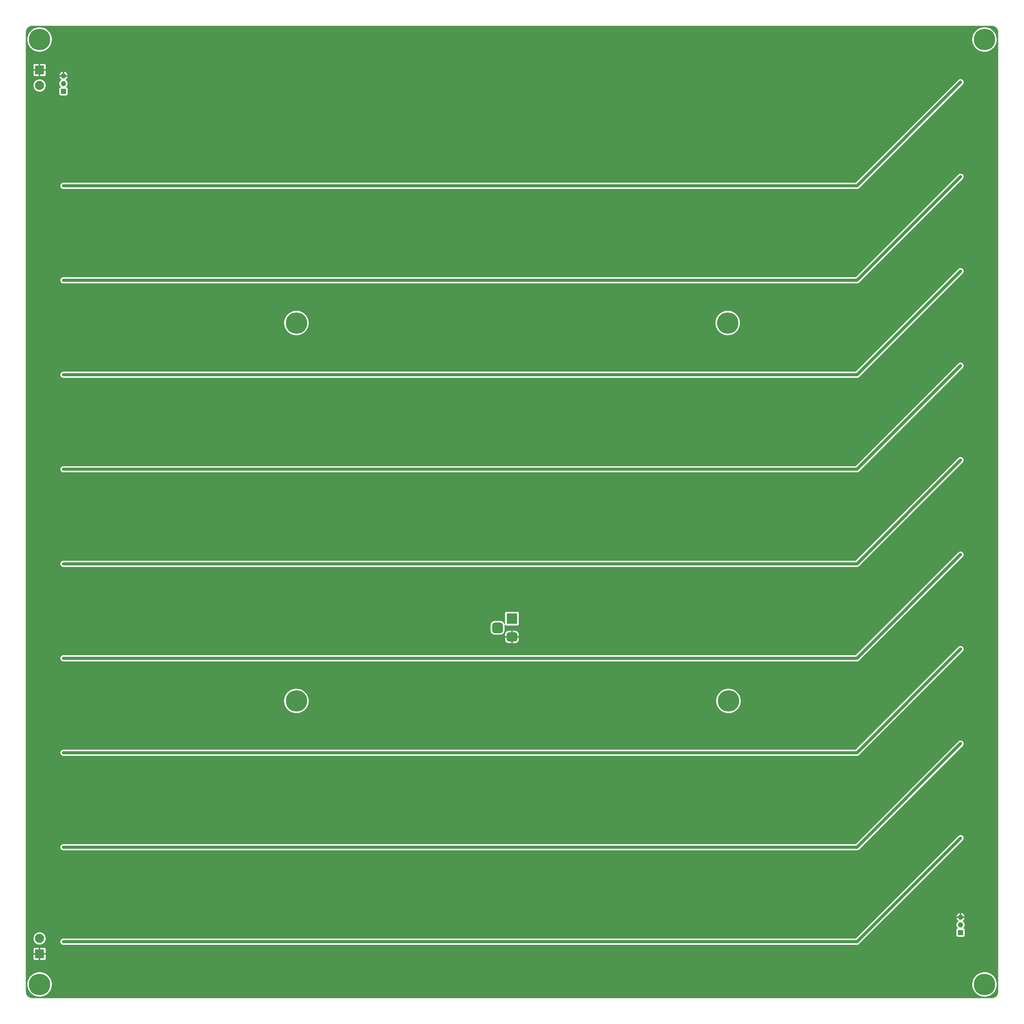
<source format=gbl>
%TF.GenerationSoftware,KiCad,Pcbnew,(6.0.2)*%
%TF.CreationDate,2022-03-31T08:33:35+02:00*%
%TF.ProjectId,Wordclock,576f7264-636c-46f6-936b-2e6b69636164,rev?*%
%TF.SameCoordinates,Original*%
%TF.FileFunction,Copper,L2,Bot*%
%TF.FilePolarity,Positive*%
%FSLAX46Y46*%
G04 Gerber Fmt 4.6, Leading zero omitted, Abs format (unit mm)*
G04 Created by KiCad (PCBNEW (6.0.2)) date 2022-03-31 08:33:35*
%MOMM*%
%LPD*%
G01*
G04 APERTURE LIST*
G04 Aperture macros list*
%AMRoundRect*
0 Rectangle with rounded corners*
0 $1 Rounding radius*
0 $2 $3 $4 $5 $6 $7 $8 $9 X,Y pos of 4 corners*
0 Add a 4 corners polygon primitive as box body*
4,1,4,$2,$3,$4,$5,$6,$7,$8,$9,$2,$3,0*
0 Add four circle primitives for the rounded corners*
1,1,$1+$1,$2,$3*
1,1,$1+$1,$4,$5*
1,1,$1+$1,$6,$7*
1,1,$1+$1,$8,$9*
0 Add four rect primitives between the rounded corners*
20,1,$1+$1,$2,$3,$4,$5,0*
20,1,$1+$1,$4,$5,$6,$7,0*
20,1,$1+$1,$6,$7,$8,$9,0*
20,1,$1+$1,$8,$9,$2,$3,0*%
G04 Aperture macros list end*
%TA.AperFunction,ComponentPad*%
%ADD10R,3.000000X3.000000*%
%TD*%
%TA.AperFunction,ComponentPad*%
%ADD11C,3.000000*%
%TD*%
%TA.AperFunction,ComponentPad*%
%ADD12C,0.800000*%
%TD*%
%TA.AperFunction,ComponentPad*%
%ADD13C,7.000000*%
%TD*%
%TA.AperFunction,ComponentPad*%
%ADD14R,3.500000X3.500000*%
%TD*%
%TA.AperFunction,ComponentPad*%
%ADD15RoundRect,0.750000X1.000000X-0.750000X1.000000X0.750000X-1.000000X0.750000X-1.000000X-0.750000X0*%
%TD*%
%TA.AperFunction,ComponentPad*%
%ADD16RoundRect,0.875000X0.875000X-0.875000X0.875000X0.875000X-0.875000X0.875000X-0.875000X-0.875000X0*%
%TD*%
%TA.AperFunction,ComponentPad*%
%ADD17R,1.700000X1.700000*%
%TD*%
%TA.AperFunction,ComponentPad*%
%ADD18O,1.700000X1.700000*%
%TD*%
%TA.AperFunction,ViaPad*%
%ADD19C,0.800000*%
%TD*%
%TA.AperFunction,Conductor*%
%ADD20C,1.000000*%
%TD*%
G04 APERTURE END LIST*
D10*
%TO.P,J4,1,Pin_1*%
%TO.N,GND*%
X513000000Y-25500000D03*
D11*
%TO.P,J4,2,Pin_2*%
%TO.N,+5V*%
X513000000Y-30580000D03*
%TD*%
D10*
%TO.P,J5,1,Pin_1*%
%TO.N,GND*%
X513000000Y-315500000D03*
D11*
%TO.P,J5,2,Pin_2*%
%TO.N,+5V*%
X513000000Y-310420000D03*
%TD*%
D12*
%TO.P,Hole7,1*%
%TO.N,N/C*%
X740856155Y-230643845D03*
X737143845Y-234356155D03*
X741625000Y-232500000D03*
X736375000Y-232500000D03*
X737143845Y-230643845D03*
X739000000Y-229875000D03*
X740856155Y-234356155D03*
X739000000Y-235125000D03*
D13*
X739000000Y-232500000D03*
%TD*%
D12*
%TO.P,Hole3,1*%
%TO.N,N/C*%
X823000000Y-322875000D03*
X824856155Y-323643845D03*
X821143845Y-327356155D03*
X824856155Y-327356155D03*
X825625000Y-325500000D03*
D13*
X823000000Y-325500000D03*
D12*
X820375000Y-325500000D03*
X823000000Y-328125000D03*
X821143845Y-323643845D03*
%TD*%
%TO.P,Hole8,1*%
%TO.N,N/C*%
X599106155Y-230643845D03*
X599875000Y-232500000D03*
X594625000Y-232500000D03*
X595393845Y-230643845D03*
D13*
X597250000Y-232500000D03*
D12*
X599106155Y-234356155D03*
X597250000Y-229875000D03*
X595393845Y-234356155D03*
X597250000Y-235125000D03*
%TD*%
%TO.P,Hole2,1*%
%TO.N,N/C*%
X823000000Y-18125000D03*
X823000000Y-12875000D03*
X824856155Y-13643845D03*
X821143845Y-13643845D03*
X824856155Y-17356155D03*
X821143845Y-17356155D03*
X820375000Y-15500000D03*
D13*
X823000000Y-15500000D03*
D12*
X825625000Y-15500000D03*
%TD*%
%TO.P,Hole6,1*%
%TO.N,N/C*%
X736893845Y-106643845D03*
X736125000Y-108500000D03*
X738750000Y-111125000D03*
X740606155Y-106643845D03*
X741375000Y-108500000D03*
D13*
X738750000Y-108500000D03*
D12*
X736893845Y-110356155D03*
X738750000Y-105875000D03*
X740606155Y-110356155D03*
%TD*%
%TO.P,Hole4,1*%
%TO.N,N/C*%
X511143845Y-323643845D03*
X513000000Y-322875000D03*
X514856155Y-323643845D03*
X513000000Y-328125000D03*
D13*
X513000000Y-325500000D03*
D12*
X515625000Y-325500000D03*
X514856155Y-327356155D03*
X510375000Y-325500000D03*
X511143845Y-327356155D03*
%TD*%
%TO.P,Hole5,1*%
%TO.N,N/C*%
X599875000Y-108500000D03*
X595393845Y-106643845D03*
X597250000Y-105875000D03*
X594625000Y-108500000D03*
X599106155Y-110356155D03*
X599106155Y-106643845D03*
X597250000Y-111125000D03*
D13*
X597250000Y-108500000D03*
D12*
X595393845Y-110356155D03*
%TD*%
%TO.P,Hole1,1*%
%TO.N,N/C*%
X514856155Y-13643845D03*
X511143845Y-13643845D03*
X514856155Y-17356155D03*
X510375000Y-15500000D03*
X511143845Y-17356155D03*
D13*
X513000000Y-15500000D03*
D12*
X513000000Y-12875000D03*
X515625000Y-15500000D03*
X513000000Y-18125000D03*
%TD*%
D14*
%TO.P,J1,1*%
%TO.N,+5V*%
X667957500Y-205500000D03*
D15*
%TO.P,J1,2*%
%TO.N,GND*%
X667957500Y-211500000D03*
D16*
%TO.P,J1,3*%
%TO.N,N/C*%
X663257500Y-208500000D03*
%TD*%
D17*
%TO.P,J3,1,Pin_1*%
%TO.N,DATA_IN*%
X520840000Y-32500000D03*
D18*
%TO.P,J3,2,Pin_2*%
%TO.N,+5V*%
X520840000Y-29960000D03*
%TO.P,J3,3,Pin_3*%
%TO.N,GND*%
X520840000Y-27420000D03*
%TD*%
D17*
%TO.P,J2,1,Pin_1*%
%TO.N,DATA_OUT*%
X815160000Y-308500000D03*
D18*
%TO.P,J2,2,Pin_2*%
%TO.N,+5V*%
X815160000Y-305960000D03*
%TO.P,J2,3,Pin_3*%
%TO.N,GND*%
X815160000Y-303420000D03*
%TD*%
D19*
%TO.N,Net-(D11-Pad2)*%
X520840000Y-63500000D03*
X815160000Y-29500000D03*
%TO.N,Net-(D22-Pad2)*%
X815160000Y-60500000D03*
X520840000Y-94500000D03*
%TO.N,Net-(D33-Pad2)*%
X815160000Y-91500000D03*
X520840000Y-125500000D03*
%TO.N,Net-(D44-Pad2)*%
X520840000Y-156500000D03*
X815160000Y-122500000D03*
%TO.N,Net-(D55-Pad2)*%
X520840000Y-187500000D03*
X815160000Y-153500000D03*
%TO.N,Net-(D66-Pad2)*%
X815160000Y-184500000D03*
X520840000Y-218500000D03*
%TO.N,Net-(D77-Pad2)*%
X520840000Y-249500000D03*
X815160000Y-215500000D03*
%TO.N,Net-(D88-Pad2)*%
X520840000Y-280500000D03*
X815160000Y-246500000D03*
%TO.N,Net-(D100-Pad4)*%
X815160000Y-277500000D03*
X520840000Y-311500000D03*
%TD*%
D20*
%TO.N,Net-(D11-Pad2)*%
X815160000Y-29500000D02*
X781160000Y-63500000D01*
X781160000Y-63500000D02*
X520840000Y-63500000D01*
%TO.N,Net-(D22-Pad2)*%
X815160000Y-60500000D02*
X781160000Y-94500000D01*
X781160000Y-94500000D02*
X520840000Y-94500000D01*
%TO.N,Net-(D33-Pad2)*%
X781160000Y-125500000D02*
X520840000Y-125500000D01*
X815160000Y-91500000D02*
X781160000Y-125500000D01*
%TO.N,Net-(D44-Pad2)*%
X781160000Y-156500000D02*
X520840000Y-156500000D01*
X815160000Y-122500000D02*
X781160000Y-156500000D01*
%TO.N,Net-(D55-Pad2)*%
X815160000Y-153500000D02*
X781160000Y-187500000D01*
X781160000Y-187500000D02*
X520840000Y-187500000D01*
%TO.N,Net-(D66-Pad2)*%
X781160000Y-218500000D02*
X520840000Y-218500000D01*
X815160000Y-184500000D02*
X781160000Y-218500000D01*
%TO.N,Net-(D77-Pad2)*%
X815160000Y-215500000D02*
X781160000Y-249500000D01*
X781160000Y-249500000D02*
X520840000Y-249500000D01*
%TO.N,Net-(D88-Pad2)*%
X815160000Y-246500000D02*
X781160000Y-280500000D01*
X781160000Y-280500000D02*
X520840000Y-280500000D01*
%TO.N,Net-(D100-Pad4)*%
X815160000Y-277500000D02*
X781160000Y-311500000D01*
X781160000Y-311500000D02*
X520840000Y-311500000D01*
%TD*%
%TA.AperFunction,Conductor*%
%TO.N,GND*%
G36*
X825470057Y-11009500D02*
G01*
X825484858Y-11011805D01*
X825484861Y-11011805D01*
X825493730Y-11013186D01*
X825509999Y-11011059D01*
X825534567Y-11010266D01*
X825751766Y-11024502D01*
X825768106Y-11026653D01*
X825887788Y-11050459D01*
X826007473Y-11074266D01*
X826023383Y-11078529D01*
X826254484Y-11156977D01*
X826269710Y-11163284D01*
X826488592Y-11271224D01*
X826502866Y-11279465D01*
X826705783Y-11415050D01*
X826718858Y-11425083D01*
X826902347Y-11585998D01*
X826914002Y-11597653D01*
X827074917Y-11781142D01*
X827084950Y-11794217D01*
X827220535Y-11997134D01*
X827228776Y-12011408D01*
X827336716Y-12230290D01*
X827343022Y-12245514D01*
X827421471Y-12476617D01*
X827425735Y-12492530D01*
X827473347Y-12731894D01*
X827475498Y-12748234D01*
X827489264Y-12958268D01*
X827488239Y-12981304D01*
X827488196Y-12984854D01*
X827486814Y-12993730D01*
X827488638Y-13007678D01*
X827490936Y-13025251D01*
X827492000Y-13041589D01*
X827492000Y-327950672D01*
X827490500Y-327970056D01*
X827486814Y-327993730D01*
X827488941Y-328009999D01*
X827489734Y-328034567D01*
X827475498Y-328251766D01*
X827473347Y-328268106D01*
X827425735Y-328507470D01*
X827421471Y-328523383D01*
X827343023Y-328754484D01*
X827336716Y-328769710D01*
X827228776Y-328988592D01*
X827220535Y-329002866D01*
X827084950Y-329205783D01*
X827074917Y-329218858D01*
X826914002Y-329402347D01*
X826902347Y-329414002D01*
X826718858Y-329574917D01*
X826705783Y-329584950D01*
X826502866Y-329720535D01*
X826488592Y-329728776D01*
X826269710Y-329836716D01*
X826254486Y-329843022D01*
X826023383Y-329921471D01*
X826007473Y-329925734D01*
X825887788Y-329949541D01*
X825768106Y-329973347D01*
X825751766Y-329975498D01*
X825541732Y-329989264D01*
X825518696Y-329988239D01*
X825515146Y-329988196D01*
X825506270Y-329986814D01*
X825477762Y-329990542D01*
X825474749Y-329990936D01*
X825458411Y-329992000D01*
X510549328Y-329992000D01*
X510529943Y-329990500D01*
X510515142Y-329988195D01*
X510515139Y-329988195D01*
X510506270Y-329986814D01*
X510490001Y-329988941D01*
X510465433Y-329989734D01*
X510248234Y-329975498D01*
X510231894Y-329973347D01*
X510112212Y-329949541D01*
X509992527Y-329925734D01*
X509976617Y-329921471D01*
X509745514Y-329843022D01*
X509730290Y-329836716D01*
X509511408Y-329728776D01*
X509497134Y-329720535D01*
X509294217Y-329584950D01*
X509281142Y-329574917D01*
X509097653Y-329414002D01*
X509085998Y-329402347D01*
X508925083Y-329218858D01*
X508915050Y-329205783D01*
X508779465Y-329002866D01*
X508771224Y-328988592D01*
X508663284Y-328769710D01*
X508656977Y-328754484D01*
X508578529Y-328523383D01*
X508574265Y-328507470D01*
X508526653Y-328268106D01*
X508524502Y-328251766D01*
X508510974Y-328045376D01*
X508512147Y-328022218D01*
X508511829Y-328022189D01*
X508512264Y-328017333D01*
X508513071Y-328012539D01*
X508513224Y-328000000D01*
X508509273Y-327972412D01*
X508508000Y-327954549D01*
X508508000Y-325443965D01*
X508987057Y-325443965D01*
X509000741Y-325835827D01*
X509052599Y-326224484D01*
X509142136Y-326606225D01*
X509268496Y-326977407D01*
X509430475Y-327334487D01*
X509626525Y-327674056D01*
X509628314Y-327676554D01*
X509628316Y-327676558D01*
X509840127Y-327972412D01*
X509854776Y-327992874D01*
X509856799Y-327995185D01*
X509856805Y-327995192D01*
X509900738Y-328045376D01*
X510113049Y-328287896D01*
X510398878Y-328556308D01*
X510536837Y-328662550D01*
X510666372Y-328762305D01*
X510709536Y-328795546D01*
X510712139Y-328797173D01*
X510712144Y-328797176D01*
X510831576Y-328871805D01*
X511042056Y-329003328D01*
X511393266Y-329177670D01*
X511759812Y-329316907D01*
X512138195Y-329419712D01*
X512436419Y-329470153D01*
X512521783Y-329484591D01*
X512521786Y-329484591D01*
X512524805Y-329485102D01*
X512679444Y-329495916D01*
X512912885Y-329512240D01*
X512912893Y-329512240D01*
X512915951Y-329512454D01*
X513168037Y-329505413D01*
X513304825Y-329501592D01*
X513304828Y-329501592D01*
X513307899Y-329501506D01*
X513310952Y-329501120D01*
X513310956Y-329501120D01*
X513452576Y-329483229D01*
X513696908Y-329452362D01*
X513699912Y-329451680D01*
X513699915Y-329451679D01*
X514076269Y-329366174D01*
X514076275Y-329366172D01*
X514079265Y-329365493D01*
X514082184Y-329364522D01*
X514448396Y-329242700D01*
X514448402Y-329242698D01*
X514451320Y-329241727D01*
X514502685Y-329218858D01*
X514806722Y-329083492D01*
X514806728Y-329083489D01*
X514809522Y-329082245D01*
X514812191Y-329080729D01*
X515147784Y-328890086D01*
X515147790Y-328890083D01*
X515150452Y-328888570D01*
X515470855Y-328662550D01*
X515767674Y-328406344D01*
X515854800Y-328314853D01*
X516035957Y-328124618D01*
X516038074Y-328122395D01*
X516113110Y-328026354D01*
X516277565Y-327815860D01*
X516277567Y-327815857D01*
X516279475Y-327813415D01*
X516489574Y-327482354D01*
X516666363Y-327132370D01*
X516726469Y-326977407D01*
X516807041Y-326769681D01*
X516807044Y-326769672D01*
X516808156Y-326766805D01*
X516913600Y-326389148D01*
X516981688Y-326003004D01*
X517011769Y-325612059D01*
X517013334Y-325500000D01*
X517010594Y-325443965D01*
X818987057Y-325443965D01*
X819000741Y-325835827D01*
X819052599Y-326224484D01*
X819142136Y-326606225D01*
X819268496Y-326977407D01*
X819430475Y-327334487D01*
X819626525Y-327674056D01*
X819628314Y-327676554D01*
X819628316Y-327676558D01*
X819840127Y-327972412D01*
X819854776Y-327992874D01*
X819856799Y-327995185D01*
X819856805Y-327995192D01*
X819900738Y-328045376D01*
X820113049Y-328287896D01*
X820398878Y-328556308D01*
X820536837Y-328662550D01*
X820666372Y-328762305D01*
X820709536Y-328795546D01*
X820712139Y-328797173D01*
X820712144Y-328797176D01*
X820831576Y-328871805D01*
X821042056Y-329003328D01*
X821393266Y-329177670D01*
X821759812Y-329316907D01*
X822138195Y-329419712D01*
X822436419Y-329470153D01*
X822521783Y-329484591D01*
X822521786Y-329484591D01*
X822524805Y-329485102D01*
X822679444Y-329495916D01*
X822912885Y-329512240D01*
X822912893Y-329512240D01*
X822915951Y-329512454D01*
X823168037Y-329505413D01*
X823304825Y-329501592D01*
X823304828Y-329501592D01*
X823307899Y-329501506D01*
X823310952Y-329501120D01*
X823310956Y-329501120D01*
X823452576Y-329483229D01*
X823696908Y-329452362D01*
X823699912Y-329451680D01*
X823699915Y-329451679D01*
X824076269Y-329366174D01*
X824076275Y-329366172D01*
X824079265Y-329365493D01*
X824082184Y-329364522D01*
X824448396Y-329242700D01*
X824448402Y-329242698D01*
X824451320Y-329241727D01*
X824502685Y-329218858D01*
X824806722Y-329083492D01*
X824806728Y-329083489D01*
X824809522Y-329082245D01*
X824812191Y-329080729D01*
X825147784Y-328890086D01*
X825147790Y-328890083D01*
X825150452Y-328888570D01*
X825470855Y-328662550D01*
X825767674Y-328406344D01*
X825854800Y-328314853D01*
X826035957Y-328124618D01*
X826038074Y-328122395D01*
X826113110Y-328026354D01*
X826277565Y-327815860D01*
X826277567Y-327815857D01*
X826279475Y-327813415D01*
X826489574Y-327482354D01*
X826666363Y-327132370D01*
X826726469Y-326977407D01*
X826807041Y-326769681D01*
X826807044Y-326769672D01*
X826808156Y-326766805D01*
X826913600Y-326389148D01*
X826981688Y-326003004D01*
X827011769Y-325612059D01*
X827013334Y-325500000D01*
X827010594Y-325443965D01*
X826994330Y-325111440D01*
X826994180Y-325108367D01*
X826936901Y-324720473D01*
X826842043Y-324340019D01*
X826710512Y-323970637D01*
X826543564Y-323615854D01*
X826541997Y-323613225D01*
X826541992Y-323613216D01*
X826344361Y-323281689D01*
X826342791Y-323279055D01*
X826340977Y-323276595D01*
X826340972Y-323276587D01*
X826111933Y-322965926D01*
X826111931Y-322965923D01*
X826110111Y-322963455D01*
X825847744Y-322672068D01*
X825558195Y-322407673D01*
X825244228Y-322172795D01*
X825196015Y-322143596D01*
X824911467Y-321971267D01*
X824911458Y-321971262D01*
X824908839Y-321969676D01*
X824555229Y-321800255D01*
X824552339Y-321799203D01*
X824552334Y-321799201D01*
X824189674Y-321667204D01*
X824189671Y-321667203D01*
X824186775Y-321666149D01*
X823910563Y-321595229D01*
X823809977Y-321569403D01*
X823809974Y-321569402D01*
X823806993Y-321568637D01*
X823419508Y-321508651D01*
X823028018Y-321486764D01*
X823024939Y-321486893D01*
X823024936Y-321486893D01*
X822769188Y-321497612D01*
X822636261Y-321503183D01*
X822633217Y-321503611D01*
X822633215Y-321503611D01*
X822422778Y-321533186D01*
X822247976Y-321557753D01*
X821866869Y-321649953D01*
X821496579Y-321778902D01*
X821140638Y-321943369D01*
X820802446Y-322141785D01*
X820642444Y-322258033D01*
X820487711Y-322370453D01*
X820487705Y-322370458D01*
X820485230Y-322372256D01*
X820482944Y-322374285D01*
X820482941Y-322374288D01*
X820403123Y-322445154D01*
X820192017Y-322632583D01*
X820189938Y-322634828D01*
X820189931Y-322634835D01*
X819927694Y-322918026D01*
X819925608Y-322920279D01*
X819688544Y-323232599D01*
X819483089Y-323566562D01*
X819311203Y-323918980D01*
X819174527Y-324286489D01*
X819074367Y-324665581D01*
X819011677Y-325052638D01*
X819011483Y-325055718D01*
X819011483Y-325055720D01*
X819007978Y-325111440D01*
X818987057Y-325443965D01*
X517010594Y-325443965D01*
X516994330Y-325111440D01*
X516994180Y-325108367D01*
X516936901Y-324720473D01*
X516842043Y-324340019D01*
X516710512Y-323970637D01*
X516543564Y-323615854D01*
X516541997Y-323613225D01*
X516541992Y-323613216D01*
X516344361Y-323281689D01*
X516342791Y-323279055D01*
X516340977Y-323276595D01*
X516340972Y-323276587D01*
X516111933Y-322965926D01*
X516111931Y-322965923D01*
X516110111Y-322963455D01*
X515847744Y-322672068D01*
X515558195Y-322407673D01*
X515244228Y-322172795D01*
X515196015Y-322143596D01*
X514911467Y-321971267D01*
X514911458Y-321971262D01*
X514908839Y-321969676D01*
X514555229Y-321800255D01*
X514552339Y-321799203D01*
X514552334Y-321799201D01*
X514189674Y-321667204D01*
X514189671Y-321667203D01*
X514186775Y-321666149D01*
X513910563Y-321595229D01*
X513809977Y-321569403D01*
X513809974Y-321569402D01*
X513806993Y-321568637D01*
X513419508Y-321508651D01*
X513028018Y-321486764D01*
X513024939Y-321486893D01*
X513024936Y-321486893D01*
X512769188Y-321497612D01*
X512636261Y-321503183D01*
X512633217Y-321503611D01*
X512633215Y-321503611D01*
X512422778Y-321533186D01*
X512247976Y-321557753D01*
X511866869Y-321649953D01*
X511496579Y-321778902D01*
X511140638Y-321943369D01*
X510802446Y-322141785D01*
X510642444Y-322258033D01*
X510487711Y-322370453D01*
X510487705Y-322370458D01*
X510485230Y-322372256D01*
X510482944Y-322374285D01*
X510482941Y-322374288D01*
X510403123Y-322445154D01*
X510192017Y-322632583D01*
X510189938Y-322634828D01*
X510189931Y-322634835D01*
X509927694Y-322918026D01*
X509925608Y-322920279D01*
X509688544Y-323232599D01*
X509483089Y-323566562D01*
X509311203Y-323918980D01*
X509174527Y-324286489D01*
X509074367Y-324665581D01*
X509011677Y-325052638D01*
X509011483Y-325055718D01*
X509011483Y-325055720D01*
X509007978Y-325111440D01*
X508987057Y-325443965D01*
X508508000Y-325443965D01*
X508508000Y-317044669D01*
X510992001Y-317044669D01*
X510992371Y-317051490D01*
X510997895Y-317102352D01*
X511001521Y-317117604D01*
X511046676Y-317238054D01*
X511055214Y-317253649D01*
X511131715Y-317355724D01*
X511144276Y-317368285D01*
X511246351Y-317444786D01*
X511261946Y-317453324D01*
X511382394Y-317498478D01*
X511397649Y-317502105D01*
X511448514Y-317507631D01*
X511455328Y-317508000D01*
X512727885Y-317508000D01*
X512743124Y-317503525D01*
X512744329Y-317502135D01*
X512746000Y-317494452D01*
X512746000Y-317489884D01*
X513254000Y-317489884D01*
X513258475Y-317505123D01*
X513259865Y-317506328D01*
X513267548Y-317507999D01*
X514544669Y-317507999D01*
X514551490Y-317507629D01*
X514602352Y-317502105D01*
X514617604Y-317498479D01*
X514738054Y-317453324D01*
X514753649Y-317444786D01*
X514855724Y-317368285D01*
X514868285Y-317355724D01*
X514944786Y-317253649D01*
X514953324Y-317238054D01*
X514998478Y-317117606D01*
X515002105Y-317102351D01*
X515007631Y-317051486D01*
X515008000Y-317044672D01*
X515008000Y-315772115D01*
X515003525Y-315756876D01*
X515002135Y-315755671D01*
X514994452Y-315754000D01*
X513272115Y-315754000D01*
X513256876Y-315758475D01*
X513255671Y-315759865D01*
X513254000Y-315767548D01*
X513254000Y-317489884D01*
X512746000Y-317489884D01*
X512746000Y-315772115D01*
X512741525Y-315756876D01*
X512740135Y-315755671D01*
X512732452Y-315754000D01*
X511010116Y-315754000D01*
X510994877Y-315758475D01*
X510993672Y-315759865D01*
X510992001Y-315767548D01*
X510992001Y-317044669D01*
X508508000Y-317044669D01*
X508508000Y-315227885D01*
X510992000Y-315227885D01*
X510996475Y-315243124D01*
X510997865Y-315244329D01*
X511005548Y-315246000D01*
X512727885Y-315246000D01*
X512743124Y-315241525D01*
X512744329Y-315240135D01*
X512746000Y-315232452D01*
X512746000Y-315227885D01*
X513254000Y-315227885D01*
X513258475Y-315243124D01*
X513259865Y-315244329D01*
X513267548Y-315246000D01*
X514989884Y-315246000D01*
X515005123Y-315241525D01*
X515006328Y-315240135D01*
X515007999Y-315232452D01*
X515007999Y-313955331D01*
X515007629Y-313948510D01*
X515002105Y-313897648D01*
X514998479Y-313882396D01*
X514953324Y-313761946D01*
X514944786Y-313746351D01*
X514868285Y-313644276D01*
X514855724Y-313631715D01*
X514753649Y-313555214D01*
X514738054Y-313546676D01*
X514617606Y-313501522D01*
X514602351Y-313497895D01*
X514551486Y-313492369D01*
X514544672Y-313492000D01*
X513272115Y-313492000D01*
X513256876Y-313496475D01*
X513255671Y-313497865D01*
X513254000Y-313505548D01*
X513254000Y-315227885D01*
X512746000Y-315227885D01*
X512746000Y-313510116D01*
X512741525Y-313494877D01*
X512740135Y-313493672D01*
X512732452Y-313492001D01*
X511455331Y-313492001D01*
X511448510Y-313492371D01*
X511397648Y-313497895D01*
X511382396Y-313501521D01*
X511261946Y-313546676D01*
X511246351Y-313555214D01*
X511144276Y-313631715D01*
X511131715Y-313644276D01*
X511055214Y-313746351D01*
X511046676Y-313761946D01*
X511001522Y-313882394D01*
X510997895Y-313897649D01*
X510992369Y-313948514D01*
X510992000Y-313955328D01*
X510992000Y-315227885D01*
X508508000Y-315227885D01*
X508508000Y-310398918D01*
X510986917Y-310398918D01*
X511002682Y-310672320D01*
X511003507Y-310676525D01*
X511003508Y-310676533D01*
X511014127Y-310730657D01*
X511055405Y-310941053D01*
X511056792Y-310945103D01*
X511056793Y-310945108D01*
X511142723Y-311196088D01*
X511144112Y-311200144D01*
X511267160Y-311444799D01*
X511269586Y-311448328D01*
X511269589Y-311448334D01*
X511419843Y-311666953D01*
X511422274Y-311670490D01*
X511606582Y-311873043D01*
X511816675Y-312048707D01*
X511820316Y-312050991D01*
X512045024Y-312191951D01*
X512045028Y-312191953D01*
X512048664Y-312194234D01*
X512116544Y-312224883D01*
X512294345Y-312305164D01*
X512294349Y-312305166D01*
X512298257Y-312306930D01*
X512302377Y-312308150D01*
X512302376Y-312308150D01*
X512556723Y-312383491D01*
X512556727Y-312383492D01*
X512560836Y-312384709D01*
X512565070Y-312385357D01*
X512565075Y-312385358D01*
X512827298Y-312425483D01*
X512827300Y-312425483D01*
X512831540Y-312426132D01*
X512970912Y-312428322D01*
X513101071Y-312430367D01*
X513101077Y-312430367D01*
X513105362Y-312430434D01*
X513377235Y-312397534D01*
X513642127Y-312328041D01*
X513646087Y-312326401D01*
X513646092Y-312326399D01*
X513768632Y-312275641D01*
X513895136Y-312223241D01*
X514131582Y-312085073D01*
X514347089Y-311916094D01*
X514388809Y-311873043D01*
X514534686Y-311722509D01*
X514537669Y-311719431D01*
X514540202Y-311715983D01*
X514540206Y-311715978D01*
X514697257Y-311502178D01*
X514699795Y-311498723D01*
X514702943Y-311492925D01*
X519826645Y-311492925D01*
X519827204Y-311499065D01*
X519843094Y-311673664D01*
X519844570Y-311689888D01*
X519846308Y-311695794D01*
X519846309Y-311695798D01*
X519877249Y-311800924D01*
X519900410Y-311879619D01*
X519903263Y-311885077D01*
X519903265Y-311885081D01*
X519950720Y-311975853D01*
X519992040Y-312054890D01*
X520115968Y-312209025D01*
X520120692Y-312212989D01*
X520127933Y-312219065D01*
X520267474Y-312336154D01*
X520272872Y-312339121D01*
X520272877Y-312339125D01*
X520380063Y-312398050D01*
X520440787Y-312431433D01*
X520446654Y-312433294D01*
X520446656Y-312433295D01*
X520623436Y-312489373D01*
X520629306Y-312491235D01*
X520783227Y-312508500D01*
X781098157Y-312508500D01*
X781111764Y-312509237D01*
X781143262Y-312512659D01*
X781143267Y-312512659D01*
X781149388Y-312513324D01*
X781175638Y-312511027D01*
X781199388Y-312508950D01*
X781204214Y-312508621D01*
X781206686Y-312508500D01*
X781209769Y-312508500D01*
X781221738Y-312507326D01*
X781252506Y-312504310D01*
X781253819Y-312504188D01*
X781298084Y-312500315D01*
X781346413Y-312496087D01*
X781351532Y-312494600D01*
X781356833Y-312494080D01*
X781445834Y-312467209D01*
X781446967Y-312466874D01*
X781530414Y-312442630D01*
X781530418Y-312442628D01*
X781536336Y-312440909D01*
X781541068Y-312438456D01*
X781546169Y-312436916D01*
X781567672Y-312425483D01*
X781628260Y-312393269D01*
X781629426Y-312392657D01*
X781706453Y-312352729D01*
X781711926Y-312349892D01*
X781716089Y-312346569D01*
X781720796Y-312344066D01*
X781792918Y-312285245D01*
X781793774Y-312284554D01*
X781832973Y-312253262D01*
X781835477Y-312250758D01*
X781836195Y-312250116D01*
X781840528Y-312246415D01*
X781874062Y-312219065D01*
X781903288Y-312183737D01*
X781911277Y-312174958D01*
X788159540Y-305926695D01*
X813797251Y-305926695D01*
X813797548Y-305931848D01*
X813797548Y-305931851D01*
X813803011Y-306026590D01*
X813810110Y-306149715D01*
X813811247Y-306154761D01*
X813811248Y-306154767D01*
X813831119Y-306242939D01*
X813859222Y-306367639D01*
X813943266Y-306574616D01*
X814059987Y-306765088D01*
X814206250Y-306933938D01*
X814210230Y-306937242D01*
X814214981Y-306941187D01*
X814254616Y-307000090D01*
X814256113Y-307071071D01*
X814218997Y-307131593D01*
X814178724Y-307156112D01*
X814063295Y-307199385D01*
X813946739Y-307286739D01*
X813859385Y-307403295D01*
X813808255Y-307539684D01*
X813801500Y-307601866D01*
X813801500Y-309398134D01*
X813808255Y-309460316D01*
X813859385Y-309596705D01*
X813946739Y-309713261D01*
X814063295Y-309800615D01*
X814199684Y-309851745D01*
X814261866Y-309858500D01*
X816058134Y-309858500D01*
X816120316Y-309851745D01*
X816256705Y-309800615D01*
X816373261Y-309713261D01*
X816460615Y-309596705D01*
X816511745Y-309460316D01*
X816518500Y-309398134D01*
X816518500Y-307601866D01*
X816511745Y-307539684D01*
X816460615Y-307403295D01*
X816373261Y-307286739D01*
X816256705Y-307199385D01*
X816244132Y-307194672D01*
X816138203Y-307154960D01*
X816081439Y-307112318D01*
X816056739Y-307045756D01*
X816071947Y-306976408D01*
X816093493Y-306947727D01*
X816194435Y-306847137D01*
X816198096Y-306843489D01*
X816257594Y-306760689D01*
X816325435Y-306666277D01*
X816328453Y-306662077D01*
X816427430Y-306461811D01*
X816492370Y-306248069D01*
X816521529Y-306026590D01*
X816523156Y-305960000D01*
X816504852Y-305737361D01*
X816450431Y-305520702D01*
X816361354Y-305315840D01*
X816240014Y-305128277D01*
X816089670Y-304963051D01*
X816085619Y-304959852D01*
X816085615Y-304959848D01*
X815918414Y-304827800D01*
X815918410Y-304827798D01*
X815914359Y-304824598D01*
X815872569Y-304801529D01*
X815822598Y-304751097D01*
X815807826Y-304681654D01*
X815832942Y-304615248D01*
X815860294Y-304588641D01*
X816035328Y-304463792D01*
X816043200Y-304457139D01*
X816194052Y-304306812D01*
X816200730Y-304298965D01*
X816325003Y-304126020D01*
X816330313Y-304117183D01*
X816424670Y-303926267D01*
X816428469Y-303916672D01*
X816490377Y-303712910D01*
X816492555Y-303702837D01*
X816493986Y-303691962D01*
X816491775Y-303677778D01*
X816478617Y-303674000D01*
X813843225Y-303674000D01*
X813829694Y-303677973D01*
X813828257Y-303687966D01*
X813858565Y-303822446D01*
X813861645Y-303832275D01*
X813941770Y-304029603D01*
X813946413Y-304038794D01*
X814057694Y-304220388D01*
X814063777Y-304228699D01*
X814203213Y-304389667D01*
X814210580Y-304396883D01*
X814374434Y-304532916D01*
X814382881Y-304538831D01*
X814451969Y-304579203D01*
X814500693Y-304630842D01*
X814513764Y-304700625D01*
X814487033Y-304766396D01*
X814446584Y-304799752D01*
X814433607Y-304806507D01*
X814429474Y-304809610D01*
X814429471Y-304809612D01*
X814405247Y-304827800D01*
X814254965Y-304940635D01*
X814100629Y-305102138D01*
X813974743Y-305286680D01*
X813880688Y-305489305D01*
X813820989Y-305704570D01*
X813797251Y-305926695D01*
X788159540Y-305926695D01*
X790932052Y-303154183D01*
X813824389Y-303154183D01*
X813825912Y-303162607D01*
X813838292Y-303166000D01*
X814887885Y-303166000D01*
X814903124Y-303161525D01*
X814904329Y-303160135D01*
X814906000Y-303152452D01*
X814906000Y-303147885D01*
X815414000Y-303147885D01*
X815418475Y-303163124D01*
X815419865Y-303164329D01*
X815427548Y-303166000D01*
X816478344Y-303166000D01*
X816491875Y-303162027D01*
X816493180Y-303152947D01*
X816451214Y-302985875D01*
X816447894Y-302976124D01*
X816362972Y-302780814D01*
X816358105Y-302771739D01*
X816242426Y-302592926D01*
X816236136Y-302584757D01*
X816092806Y-302427240D01*
X816085273Y-302420215D01*
X815918139Y-302288222D01*
X815909552Y-302282517D01*
X815723117Y-302179599D01*
X815713705Y-302175369D01*
X815512959Y-302104280D01*
X815502988Y-302101646D01*
X815431837Y-302088972D01*
X815418540Y-302090432D01*
X815414000Y-302104989D01*
X815414000Y-303147885D01*
X814906000Y-303147885D01*
X814906000Y-302103102D01*
X814902082Y-302089758D01*
X814887806Y-302087771D01*
X814849324Y-302093660D01*
X814839288Y-302096051D01*
X814636868Y-302162212D01*
X814627359Y-302166209D01*
X814438463Y-302264542D01*
X814429738Y-302270036D01*
X814259433Y-302397905D01*
X814251726Y-302404748D01*
X814104590Y-302558717D01*
X814098104Y-302566727D01*
X813978098Y-302742649D01*
X813973000Y-302751623D01*
X813883338Y-302944783D01*
X813879775Y-302954470D01*
X813824389Y-303154183D01*
X790932052Y-303154183D01*
X815906127Y-278180107D01*
X815908309Y-278177925D01*
X816002103Y-278063739D01*
X816095562Y-277889437D01*
X816153387Y-277700302D01*
X816173374Y-277503538D01*
X816154761Y-277306638D01*
X816098259Y-277117104D01*
X816006018Y-276942154D01*
X815881553Y-276788453D01*
X815729604Y-276661854D01*
X815555959Y-276567178D01*
X815461595Y-276537606D01*
X815373114Y-276509878D01*
X815373111Y-276509877D01*
X815367232Y-276508035D01*
X815361109Y-276507370D01*
X815361105Y-276507369D01*
X815176736Y-276487341D01*
X815176732Y-276487341D01*
X815170611Y-276486676D01*
X814973587Y-276503913D01*
X814967670Y-276505632D01*
X814967665Y-276505633D01*
X814836936Y-276543614D01*
X814783664Y-276559091D01*
X814608074Y-276650108D01*
X814573963Y-276677338D01*
X814489777Y-276744542D01*
X814489770Y-276744549D01*
X814487027Y-276746738D01*
X814484532Y-276749233D01*
X780779171Y-310454595D01*
X780716859Y-310488621D01*
X780690076Y-310491500D01*
X520790231Y-310491500D01*
X520787175Y-310491800D01*
X520787168Y-310491800D01*
X520728660Y-310497537D01*
X520643167Y-310505920D01*
X520637266Y-310507702D01*
X520637264Y-310507702D01*
X520563947Y-310529838D01*
X520453831Y-310563084D01*
X520279204Y-310655934D01*
X520192938Y-310726291D01*
X520130713Y-310777040D01*
X520130710Y-310777043D01*
X520125938Y-310780935D01*
X520122011Y-310785682D01*
X520122009Y-310785684D01*
X520003799Y-310928575D01*
X520003797Y-310928579D01*
X519999870Y-310933325D01*
X519905802Y-311107299D01*
X519847318Y-311296232D01*
X519846674Y-311302357D01*
X519846674Y-311302358D01*
X519831332Y-311448334D01*
X519826645Y-311492925D01*
X514702943Y-311492925D01*
X514727154Y-311448334D01*
X514828418Y-311261830D01*
X514828419Y-311261828D01*
X514830468Y-311258054D01*
X514927269Y-311001877D01*
X514988407Y-310734933D01*
X514995458Y-310655934D01*
X515012531Y-310464627D01*
X515012531Y-310464625D01*
X515012751Y-310462161D01*
X515013193Y-310420000D01*
X514994567Y-310146778D01*
X514939032Y-309878612D01*
X514847617Y-309620465D01*
X514722013Y-309377112D01*
X514712040Y-309362921D01*
X514567008Y-309156562D01*
X514564545Y-309153057D01*
X514378125Y-308952445D01*
X514374810Y-308949731D01*
X514374806Y-308949728D01*
X514169523Y-308781706D01*
X514166205Y-308778990D01*
X513932704Y-308635901D01*
X513928768Y-308634173D01*
X513685873Y-308527549D01*
X513685869Y-308527548D01*
X513681945Y-308525825D01*
X513418566Y-308450800D01*
X513414324Y-308450196D01*
X513414318Y-308450195D01*
X513213834Y-308421662D01*
X513147443Y-308412213D01*
X513003589Y-308411460D01*
X512877877Y-308410802D01*
X512877871Y-308410802D01*
X512873591Y-308410780D01*
X512869347Y-308411339D01*
X512869343Y-308411339D01*
X512750302Y-308427011D01*
X512602078Y-308446525D01*
X512597938Y-308447658D01*
X512597936Y-308447658D01*
X512525008Y-308467609D01*
X512337928Y-308518788D01*
X512333980Y-308520472D01*
X512089982Y-308624546D01*
X512089978Y-308624548D01*
X512086030Y-308626232D01*
X512066125Y-308638145D01*
X511854725Y-308764664D01*
X511854721Y-308764667D01*
X511851043Y-308766868D01*
X511637318Y-308938094D01*
X511448808Y-309136742D01*
X511289002Y-309359136D01*
X511160857Y-309601161D01*
X511159385Y-309605184D01*
X511159383Y-309605188D01*
X511069155Y-309851745D01*
X511066743Y-309858337D01*
X511008404Y-310125907D01*
X510986917Y-310398918D01*
X508508000Y-310398918D01*
X508508000Y-280492925D01*
X519826645Y-280492925D01*
X519844570Y-280689888D01*
X519900410Y-280879619D01*
X519992040Y-281054890D01*
X520115968Y-281209025D01*
X520120692Y-281212989D01*
X520127933Y-281219065D01*
X520267474Y-281336154D01*
X520272872Y-281339121D01*
X520272877Y-281339125D01*
X520370253Y-281392657D01*
X520440787Y-281431433D01*
X520446654Y-281433294D01*
X520446656Y-281433295D01*
X520623436Y-281489373D01*
X520629306Y-281491235D01*
X520783227Y-281508500D01*
X781098157Y-281508500D01*
X781111764Y-281509237D01*
X781143262Y-281512659D01*
X781143267Y-281512659D01*
X781149388Y-281513324D01*
X781175638Y-281511027D01*
X781199388Y-281508950D01*
X781204214Y-281508621D01*
X781206686Y-281508500D01*
X781209769Y-281508500D01*
X781221738Y-281507326D01*
X781252506Y-281504310D01*
X781253819Y-281504188D01*
X781298084Y-281500315D01*
X781346413Y-281496087D01*
X781351532Y-281494600D01*
X781356833Y-281494080D01*
X781445834Y-281467209D01*
X781446967Y-281466874D01*
X781530414Y-281442630D01*
X781530418Y-281442628D01*
X781536336Y-281440909D01*
X781541068Y-281438456D01*
X781546169Y-281436916D01*
X781562060Y-281428467D01*
X781628260Y-281393269D01*
X781629426Y-281392657D01*
X781706453Y-281352729D01*
X781711926Y-281349892D01*
X781716089Y-281346569D01*
X781720796Y-281344066D01*
X781792918Y-281285245D01*
X781793774Y-281284554D01*
X781832973Y-281253262D01*
X781835477Y-281250758D01*
X781836195Y-281250116D01*
X781840528Y-281246415D01*
X781874062Y-281219065D01*
X781903288Y-281183737D01*
X781911277Y-281174958D01*
X815906127Y-247180107D01*
X815908309Y-247177925D01*
X816002103Y-247063739D01*
X816095562Y-246889437D01*
X816153387Y-246700302D01*
X816173374Y-246503538D01*
X816154761Y-246306638D01*
X816098259Y-246117104D01*
X816006018Y-245942154D01*
X815881553Y-245788453D01*
X815729604Y-245661854D01*
X815555959Y-245567178D01*
X815461596Y-245537607D01*
X815373114Y-245509878D01*
X815373111Y-245509877D01*
X815367232Y-245508035D01*
X815361109Y-245507370D01*
X815361105Y-245507369D01*
X815176736Y-245487341D01*
X815176732Y-245487341D01*
X815170611Y-245486676D01*
X814973587Y-245503913D01*
X814967670Y-245505632D01*
X814967665Y-245505633D01*
X814836936Y-245543614D01*
X814783664Y-245559091D01*
X814608074Y-245650108D01*
X814573963Y-245677338D01*
X814489777Y-245744542D01*
X814489770Y-245744549D01*
X814487027Y-245746738D01*
X814484532Y-245749233D01*
X780779171Y-279454595D01*
X780716859Y-279488621D01*
X780690076Y-279491500D01*
X520790231Y-279491500D01*
X520787175Y-279491800D01*
X520787168Y-279491800D01*
X520728660Y-279497537D01*
X520643167Y-279505920D01*
X520637266Y-279507702D01*
X520637264Y-279507702D01*
X520563947Y-279529838D01*
X520453831Y-279563084D01*
X520279204Y-279655934D01*
X520192938Y-279726291D01*
X520130713Y-279777040D01*
X520130710Y-279777043D01*
X520125938Y-279780935D01*
X520122011Y-279785682D01*
X520122009Y-279785684D01*
X520003799Y-279928575D01*
X520003797Y-279928579D01*
X519999870Y-279933325D01*
X519905802Y-280107299D01*
X519847318Y-280296232D01*
X519826645Y-280492925D01*
X508508000Y-280492925D01*
X508508000Y-249492925D01*
X519826645Y-249492925D01*
X519844570Y-249689888D01*
X519900410Y-249879619D01*
X519992040Y-250054890D01*
X520115968Y-250209025D01*
X520120692Y-250212989D01*
X520127933Y-250219065D01*
X520267474Y-250336154D01*
X520272872Y-250339121D01*
X520272877Y-250339125D01*
X520370253Y-250392657D01*
X520440787Y-250431433D01*
X520446654Y-250433294D01*
X520446656Y-250433295D01*
X520623436Y-250489373D01*
X520629306Y-250491235D01*
X520783227Y-250508500D01*
X781098157Y-250508500D01*
X781111764Y-250509237D01*
X781143262Y-250512659D01*
X781143267Y-250512659D01*
X781149388Y-250513324D01*
X781175638Y-250511027D01*
X781199388Y-250508950D01*
X781204214Y-250508621D01*
X781206686Y-250508500D01*
X781209769Y-250508500D01*
X781221738Y-250507326D01*
X781252506Y-250504310D01*
X781253819Y-250504188D01*
X781298084Y-250500315D01*
X781346413Y-250496087D01*
X781351532Y-250494600D01*
X781356833Y-250494080D01*
X781445834Y-250467209D01*
X781446967Y-250466874D01*
X781530414Y-250442630D01*
X781530418Y-250442628D01*
X781536336Y-250440909D01*
X781541068Y-250438456D01*
X781546169Y-250436916D01*
X781562060Y-250428467D01*
X781628260Y-250393269D01*
X781629426Y-250392657D01*
X781706453Y-250352729D01*
X781711926Y-250349892D01*
X781716089Y-250346569D01*
X781720796Y-250344066D01*
X781792918Y-250285245D01*
X781793774Y-250284554D01*
X781832973Y-250253262D01*
X781835477Y-250250758D01*
X781836195Y-250250116D01*
X781840528Y-250246415D01*
X781874062Y-250219065D01*
X781903288Y-250183737D01*
X781911277Y-250174958D01*
X815906127Y-216180107D01*
X815908309Y-216177925D01*
X816002103Y-216063739D01*
X816095562Y-215889437D01*
X816153387Y-215700302D01*
X816173374Y-215503538D01*
X816154761Y-215306638D01*
X816098259Y-215117104D01*
X816006018Y-214942154D01*
X815881553Y-214788453D01*
X815729604Y-214661854D01*
X815555959Y-214567178D01*
X815461596Y-214537607D01*
X815373114Y-214509878D01*
X815373111Y-214509877D01*
X815367232Y-214508035D01*
X815361109Y-214507370D01*
X815361105Y-214507369D01*
X815176736Y-214487341D01*
X815176732Y-214487341D01*
X815170611Y-214486676D01*
X814973587Y-214503913D01*
X814967670Y-214505632D01*
X814967665Y-214505633D01*
X814836936Y-214543614D01*
X814783664Y-214559091D01*
X814608074Y-214650108D01*
X814573963Y-214677338D01*
X814489777Y-214744542D01*
X814489770Y-214744549D01*
X814487027Y-214746738D01*
X814484532Y-214749233D01*
X780779171Y-248454595D01*
X780716859Y-248488621D01*
X780690076Y-248491500D01*
X520790231Y-248491500D01*
X520787175Y-248491800D01*
X520787168Y-248491800D01*
X520728660Y-248497537D01*
X520643167Y-248505920D01*
X520637266Y-248507702D01*
X520637264Y-248507702D01*
X520563947Y-248529838D01*
X520453831Y-248563084D01*
X520279204Y-248655934D01*
X520192938Y-248726291D01*
X520130713Y-248777040D01*
X520130710Y-248777043D01*
X520125938Y-248780935D01*
X520122011Y-248785682D01*
X520122009Y-248785684D01*
X520003799Y-248928575D01*
X520003797Y-248928579D01*
X519999870Y-248933325D01*
X519905802Y-249107299D01*
X519847318Y-249296232D01*
X519826645Y-249492925D01*
X508508000Y-249492925D01*
X508508000Y-232443965D01*
X593237057Y-232443965D01*
X593250741Y-232835827D01*
X593302599Y-233224484D01*
X593392136Y-233606225D01*
X593518496Y-233977407D01*
X593680475Y-234334487D01*
X593876525Y-234674056D01*
X593878314Y-234676554D01*
X593878316Y-234676558D01*
X593978047Y-234815860D01*
X594104776Y-234992874D01*
X594363049Y-235287896D01*
X594648878Y-235556308D01*
X594959536Y-235795546D01*
X594962139Y-235797173D01*
X594962144Y-235797176D01*
X595081576Y-235871805D01*
X595292056Y-236003328D01*
X595643266Y-236177670D01*
X596009812Y-236316907D01*
X596388195Y-236419712D01*
X596686419Y-236470153D01*
X596771783Y-236484591D01*
X596771786Y-236484591D01*
X596774805Y-236485102D01*
X596929444Y-236495916D01*
X597162885Y-236512240D01*
X597162893Y-236512240D01*
X597165951Y-236512454D01*
X597418037Y-236505413D01*
X597554825Y-236501592D01*
X597554828Y-236501592D01*
X597557899Y-236501506D01*
X597560952Y-236501120D01*
X597560956Y-236501120D01*
X597702576Y-236483229D01*
X597946908Y-236452362D01*
X597949912Y-236451680D01*
X597949915Y-236451679D01*
X598326269Y-236366174D01*
X598326275Y-236366172D01*
X598329265Y-236365493D01*
X598332184Y-236364522D01*
X598698396Y-236242700D01*
X598698402Y-236242698D01*
X598701320Y-236241727D01*
X598842735Y-236178765D01*
X599056722Y-236083492D01*
X599056728Y-236083489D01*
X599059522Y-236082245D01*
X599062191Y-236080729D01*
X599397784Y-235890086D01*
X599397790Y-235890083D01*
X599400452Y-235888570D01*
X599720855Y-235662550D01*
X600017674Y-235406344D01*
X600288074Y-235122395D01*
X600529475Y-234813415D01*
X600739574Y-234482354D01*
X600916363Y-234132370D01*
X600976469Y-233977407D01*
X601057041Y-233769681D01*
X601057044Y-233769672D01*
X601058156Y-233766805D01*
X601163600Y-233389148D01*
X601231688Y-233003004D01*
X601261769Y-232612059D01*
X601263334Y-232500000D01*
X601260594Y-232443965D01*
X734987057Y-232443965D01*
X735000741Y-232835827D01*
X735052599Y-233224484D01*
X735142136Y-233606225D01*
X735268496Y-233977407D01*
X735430475Y-234334487D01*
X735626525Y-234674056D01*
X735628314Y-234676554D01*
X735628316Y-234676558D01*
X735728047Y-234815860D01*
X735854776Y-234992874D01*
X736113049Y-235287896D01*
X736398878Y-235556308D01*
X736709536Y-235795546D01*
X736712139Y-235797173D01*
X736712144Y-235797176D01*
X736831576Y-235871805D01*
X737042056Y-236003328D01*
X737393266Y-236177670D01*
X737759812Y-236316907D01*
X738138195Y-236419712D01*
X738436419Y-236470153D01*
X738521783Y-236484591D01*
X738521786Y-236484591D01*
X738524805Y-236485102D01*
X738679444Y-236495916D01*
X738912885Y-236512240D01*
X738912893Y-236512240D01*
X738915951Y-236512454D01*
X739168037Y-236505413D01*
X739304825Y-236501592D01*
X739304828Y-236501592D01*
X739307899Y-236501506D01*
X739310952Y-236501120D01*
X739310956Y-236501120D01*
X739452576Y-236483229D01*
X739696908Y-236452362D01*
X739699912Y-236451680D01*
X739699915Y-236451679D01*
X740076269Y-236366174D01*
X740076275Y-236366172D01*
X740079265Y-236365493D01*
X740082184Y-236364522D01*
X740448396Y-236242700D01*
X740448402Y-236242698D01*
X740451320Y-236241727D01*
X740592735Y-236178765D01*
X740806722Y-236083492D01*
X740806728Y-236083489D01*
X740809522Y-236082245D01*
X740812191Y-236080729D01*
X741147784Y-235890086D01*
X741147790Y-235890083D01*
X741150452Y-235888570D01*
X741470855Y-235662550D01*
X741767674Y-235406344D01*
X742038074Y-235122395D01*
X742279475Y-234813415D01*
X742489574Y-234482354D01*
X742666363Y-234132370D01*
X742726469Y-233977407D01*
X742807041Y-233769681D01*
X742807044Y-233769672D01*
X742808156Y-233766805D01*
X742913600Y-233389148D01*
X742981688Y-233003004D01*
X743011769Y-232612059D01*
X743013334Y-232500000D01*
X743010594Y-232443965D01*
X742994330Y-232111440D01*
X742994180Y-232108367D01*
X742936901Y-231720473D01*
X742842043Y-231340019D01*
X742710512Y-230970637D01*
X742543564Y-230615854D01*
X742541997Y-230613225D01*
X742541992Y-230613216D01*
X742344361Y-230281689D01*
X742342791Y-230279055D01*
X742340977Y-230276595D01*
X742340972Y-230276587D01*
X742111933Y-229965926D01*
X742111931Y-229965923D01*
X742110111Y-229963455D01*
X741847744Y-229672068D01*
X741558195Y-229407673D01*
X741244228Y-229172795D01*
X741196015Y-229143596D01*
X740911467Y-228971267D01*
X740911458Y-228971262D01*
X740908839Y-228969676D01*
X740555229Y-228800255D01*
X740552339Y-228799203D01*
X740552334Y-228799201D01*
X740189674Y-228667204D01*
X740189671Y-228667203D01*
X740186775Y-228666149D01*
X739910563Y-228595229D01*
X739809977Y-228569403D01*
X739809974Y-228569402D01*
X739806993Y-228568637D01*
X739419508Y-228508651D01*
X739028018Y-228486764D01*
X739024939Y-228486893D01*
X739024936Y-228486893D01*
X738769188Y-228497612D01*
X738636261Y-228503183D01*
X738633217Y-228503611D01*
X738633215Y-228503611D01*
X738422778Y-228533186D01*
X738247976Y-228557753D01*
X737866869Y-228649953D01*
X737496579Y-228778902D01*
X737140638Y-228943369D01*
X736802446Y-229141785D01*
X736642444Y-229258033D01*
X736487711Y-229370453D01*
X736487705Y-229370458D01*
X736485230Y-229372256D01*
X736482944Y-229374285D01*
X736482941Y-229374288D01*
X736403123Y-229445154D01*
X736192017Y-229632583D01*
X736189938Y-229634828D01*
X736189931Y-229634835D01*
X735927694Y-229918026D01*
X735925608Y-229920279D01*
X735688544Y-230232599D01*
X735483089Y-230566562D01*
X735311203Y-230918980D01*
X735174527Y-231286489D01*
X735074367Y-231665581D01*
X735011677Y-232052638D01*
X735011483Y-232055718D01*
X735011483Y-232055720D01*
X735007978Y-232111440D01*
X734987057Y-232443965D01*
X601260594Y-232443965D01*
X601244330Y-232111440D01*
X601244180Y-232108367D01*
X601186901Y-231720473D01*
X601092043Y-231340019D01*
X600960512Y-230970637D01*
X600793564Y-230615854D01*
X600791997Y-230613225D01*
X600791992Y-230613216D01*
X600594361Y-230281689D01*
X600592791Y-230279055D01*
X600590977Y-230276595D01*
X600590972Y-230276587D01*
X600361933Y-229965926D01*
X600361931Y-229965923D01*
X600360111Y-229963455D01*
X600097744Y-229672068D01*
X599808195Y-229407673D01*
X599494228Y-229172795D01*
X599446015Y-229143596D01*
X599161467Y-228971267D01*
X599161458Y-228971262D01*
X599158839Y-228969676D01*
X598805229Y-228800255D01*
X598802339Y-228799203D01*
X598802334Y-228799201D01*
X598439674Y-228667204D01*
X598439671Y-228667203D01*
X598436775Y-228666149D01*
X598160563Y-228595229D01*
X598059977Y-228569403D01*
X598059974Y-228569402D01*
X598056993Y-228568637D01*
X597669508Y-228508651D01*
X597278018Y-228486764D01*
X597274939Y-228486893D01*
X597274936Y-228486893D01*
X597019188Y-228497612D01*
X596886261Y-228503183D01*
X596883217Y-228503611D01*
X596883215Y-228503611D01*
X596672778Y-228533186D01*
X596497976Y-228557753D01*
X596116869Y-228649953D01*
X595746579Y-228778902D01*
X595390638Y-228943369D01*
X595052446Y-229141785D01*
X594892444Y-229258033D01*
X594737711Y-229370453D01*
X594737705Y-229370458D01*
X594735230Y-229372256D01*
X594732944Y-229374285D01*
X594732941Y-229374288D01*
X594653123Y-229445154D01*
X594442017Y-229632583D01*
X594439938Y-229634828D01*
X594439931Y-229634835D01*
X594177694Y-229918026D01*
X594175608Y-229920279D01*
X593938544Y-230232599D01*
X593733089Y-230566562D01*
X593561203Y-230918980D01*
X593424527Y-231286489D01*
X593324367Y-231665581D01*
X593261677Y-232052638D01*
X593261483Y-232055718D01*
X593261483Y-232055720D01*
X593257978Y-232111440D01*
X593237057Y-232443965D01*
X508508000Y-232443965D01*
X508508000Y-218492925D01*
X519826645Y-218492925D01*
X519844570Y-218689888D01*
X519900410Y-218879619D01*
X519992040Y-219054890D01*
X520115968Y-219209025D01*
X520120692Y-219212989D01*
X520127933Y-219219065D01*
X520267474Y-219336154D01*
X520272872Y-219339121D01*
X520272877Y-219339125D01*
X520370253Y-219392657D01*
X520440787Y-219431433D01*
X520446654Y-219433294D01*
X520446656Y-219433295D01*
X520623436Y-219489373D01*
X520629306Y-219491235D01*
X520783227Y-219508500D01*
X781098157Y-219508500D01*
X781111764Y-219509237D01*
X781143262Y-219512659D01*
X781143267Y-219512659D01*
X781149388Y-219513324D01*
X781175638Y-219511027D01*
X781199388Y-219508950D01*
X781204214Y-219508621D01*
X781206686Y-219508500D01*
X781209769Y-219508500D01*
X781221738Y-219507326D01*
X781252506Y-219504310D01*
X781253819Y-219504188D01*
X781298084Y-219500315D01*
X781346413Y-219496087D01*
X781351532Y-219494600D01*
X781356833Y-219494080D01*
X781445834Y-219467209D01*
X781446967Y-219466874D01*
X781530414Y-219442630D01*
X781530418Y-219442628D01*
X781536336Y-219440909D01*
X781541068Y-219438456D01*
X781546169Y-219436916D01*
X781562060Y-219428467D01*
X781628260Y-219393269D01*
X781629426Y-219392657D01*
X781706453Y-219352729D01*
X781711926Y-219349892D01*
X781716089Y-219346569D01*
X781720796Y-219344066D01*
X781792918Y-219285245D01*
X781793774Y-219284554D01*
X781832973Y-219253262D01*
X781835477Y-219250758D01*
X781836195Y-219250116D01*
X781840528Y-219246415D01*
X781874062Y-219219065D01*
X781903288Y-219183737D01*
X781911277Y-219174958D01*
X815906127Y-185180107D01*
X815908309Y-185177925D01*
X816002103Y-185063739D01*
X816095562Y-184889437D01*
X816153387Y-184700302D01*
X816173374Y-184503538D01*
X816154761Y-184306638D01*
X816098259Y-184117104D01*
X816006018Y-183942154D01*
X815881553Y-183788453D01*
X815729604Y-183661854D01*
X815555959Y-183567178D01*
X815461595Y-183537606D01*
X815373114Y-183509878D01*
X815373111Y-183509877D01*
X815367232Y-183508035D01*
X815361109Y-183507370D01*
X815361105Y-183507369D01*
X815176736Y-183487341D01*
X815176732Y-183487341D01*
X815170611Y-183486676D01*
X814973587Y-183503913D01*
X814967670Y-183505632D01*
X814967665Y-183505633D01*
X814836936Y-183543614D01*
X814783664Y-183559091D01*
X814608074Y-183650108D01*
X814573963Y-183677338D01*
X814489777Y-183744542D01*
X814489770Y-183744549D01*
X814487027Y-183746738D01*
X814484532Y-183749233D01*
X780779171Y-217454595D01*
X780716859Y-217488621D01*
X780690076Y-217491500D01*
X520790231Y-217491500D01*
X520787175Y-217491800D01*
X520787168Y-217491800D01*
X520728660Y-217497537D01*
X520643167Y-217505920D01*
X520637266Y-217507702D01*
X520637264Y-217507702D01*
X520563947Y-217529838D01*
X520453831Y-217563084D01*
X520279204Y-217655934D01*
X520192938Y-217726291D01*
X520130713Y-217777040D01*
X520130710Y-217777043D01*
X520125938Y-217780935D01*
X520122011Y-217785682D01*
X520122009Y-217785684D01*
X520003799Y-217928575D01*
X520003797Y-217928579D01*
X519999870Y-217933325D01*
X519905802Y-218107299D01*
X519847318Y-218296232D01*
X519826645Y-218492925D01*
X508508000Y-218492925D01*
X508508000Y-212309961D01*
X665699501Y-212309961D01*
X665699709Y-212315071D01*
X665710582Y-212448767D01*
X665712352Y-212459320D01*
X665765467Y-212666185D01*
X665769201Y-212676731D01*
X665858010Y-212870705D01*
X665863546Y-212880412D01*
X665985303Y-213055597D01*
X665992476Y-213064176D01*
X666143324Y-213215024D01*
X666151903Y-213222197D01*
X666327088Y-213343954D01*
X666336795Y-213349490D01*
X666530769Y-213438299D01*
X666541315Y-213442033D01*
X666748179Y-213495147D01*
X666758734Y-213496918D01*
X666892430Y-213507793D01*
X666897536Y-213508000D01*
X667685385Y-213508000D01*
X667700624Y-213503525D01*
X667701829Y-213502135D01*
X667703500Y-213494452D01*
X667703500Y-213489884D01*
X668211500Y-213489884D01*
X668215975Y-213505123D01*
X668217365Y-213506328D01*
X668225048Y-213507999D01*
X669017461Y-213507999D01*
X669022571Y-213507791D01*
X669156267Y-213496918D01*
X669166820Y-213495148D01*
X669373685Y-213442033D01*
X669384231Y-213438299D01*
X669578205Y-213349490D01*
X669587912Y-213343954D01*
X669763097Y-213222197D01*
X669771676Y-213215024D01*
X669922524Y-213064176D01*
X669929697Y-213055597D01*
X670051454Y-212880412D01*
X670056990Y-212870705D01*
X670145799Y-212676731D01*
X670149533Y-212666185D01*
X670202647Y-212459321D01*
X670204418Y-212448766D01*
X670215293Y-212315070D01*
X670215500Y-212309964D01*
X670215500Y-211772115D01*
X670211025Y-211756876D01*
X670209635Y-211755671D01*
X670201952Y-211754000D01*
X668229615Y-211754000D01*
X668214376Y-211758475D01*
X668213171Y-211759865D01*
X668211500Y-211767548D01*
X668211500Y-213489884D01*
X667703500Y-213489884D01*
X667703500Y-211772115D01*
X667699025Y-211756876D01*
X667697635Y-211755671D01*
X667689952Y-211754000D01*
X665717616Y-211754000D01*
X665702377Y-211758475D01*
X665701172Y-211759865D01*
X665699501Y-211767548D01*
X665699501Y-212309961D01*
X508508000Y-212309961D01*
X508508000Y-211227885D01*
X665699500Y-211227885D01*
X665703975Y-211243124D01*
X665705365Y-211244329D01*
X665713048Y-211246000D01*
X667685385Y-211246000D01*
X667700624Y-211241525D01*
X667701829Y-211240135D01*
X667703500Y-211232452D01*
X667703500Y-211227885D01*
X668211500Y-211227885D01*
X668215975Y-211243124D01*
X668217365Y-211244329D01*
X668225048Y-211246000D01*
X670197384Y-211246000D01*
X670212623Y-211241525D01*
X670213828Y-211240135D01*
X670215499Y-211232452D01*
X670215499Y-210690039D01*
X670215291Y-210684929D01*
X670204418Y-210551233D01*
X670202648Y-210540680D01*
X670149533Y-210333815D01*
X670145799Y-210323269D01*
X670056990Y-210129295D01*
X670051454Y-210119588D01*
X669929697Y-209944403D01*
X669922524Y-209935824D01*
X669771676Y-209784976D01*
X669763097Y-209777803D01*
X669587912Y-209656046D01*
X669578205Y-209650510D01*
X669384231Y-209561701D01*
X669373685Y-209557967D01*
X669166821Y-209504853D01*
X669156266Y-209503082D01*
X669022570Y-209492207D01*
X669017464Y-209492000D01*
X668229615Y-209492000D01*
X668214376Y-209496475D01*
X668213171Y-209497865D01*
X668211500Y-209505548D01*
X668211500Y-211227885D01*
X667703500Y-211227885D01*
X667703500Y-209510116D01*
X667699025Y-209494877D01*
X667697635Y-209493672D01*
X667689952Y-209492001D01*
X666897539Y-209492001D01*
X666892429Y-209492209D01*
X666758733Y-209503082D01*
X666748180Y-209504852D01*
X666541315Y-209557967D01*
X666530769Y-209561701D01*
X666336795Y-209650510D01*
X666327088Y-209656046D01*
X666151903Y-209777803D01*
X666143324Y-209784976D01*
X665992476Y-209935824D01*
X665985303Y-209944403D01*
X665863546Y-210119588D01*
X665858010Y-210129295D01*
X665769201Y-210323269D01*
X665765467Y-210333815D01*
X665712353Y-210540679D01*
X665710582Y-210551234D01*
X665699707Y-210684930D01*
X665699500Y-210690036D01*
X665699500Y-211227885D01*
X508508000Y-211227885D01*
X508508000Y-209467364D01*
X660999000Y-209467364D01*
X660999091Y-209469037D01*
X660999091Y-209469052D01*
X661000652Y-209497865D01*
X661002119Y-209524957D01*
X661047120Y-209755393D01*
X661130304Y-209974952D01*
X661249291Y-210177356D01*
X661400681Y-210356819D01*
X661580144Y-210508209D01*
X661782548Y-210627196D01*
X662002107Y-210710380D01*
X662232543Y-210755381D01*
X662236901Y-210755617D01*
X662288448Y-210758409D01*
X662288463Y-210758409D01*
X662290136Y-210758500D01*
X664224864Y-210758500D01*
X664226537Y-210758409D01*
X664226552Y-210758409D01*
X664278099Y-210755617D01*
X664282457Y-210755381D01*
X664512893Y-210710380D01*
X664732452Y-210627196D01*
X664934856Y-210508209D01*
X665114319Y-210356819D01*
X665265709Y-210177356D01*
X665384696Y-209974952D01*
X665467880Y-209755393D01*
X665512881Y-209524957D01*
X665514348Y-209497865D01*
X665515909Y-209469052D01*
X665515909Y-209469037D01*
X665516000Y-209467364D01*
X665516000Y-207546592D01*
X665536002Y-207478471D01*
X665589658Y-207431978D01*
X665659932Y-207421874D01*
X665724512Y-207451368D01*
X665752519Y-207486082D01*
X665753736Y-207488304D01*
X665756885Y-207496705D01*
X665844239Y-207613261D01*
X665960795Y-207700615D01*
X666097184Y-207751745D01*
X666159366Y-207758500D01*
X669755634Y-207758500D01*
X669817816Y-207751745D01*
X669954205Y-207700615D01*
X670070761Y-207613261D01*
X670158115Y-207496705D01*
X670209245Y-207360316D01*
X670216000Y-207298134D01*
X670216000Y-203701866D01*
X670209245Y-203639684D01*
X670158115Y-203503295D01*
X670070761Y-203386739D01*
X669954205Y-203299385D01*
X669817816Y-203248255D01*
X669755634Y-203241500D01*
X666159366Y-203241500D01*
X666097184Y-203248255D01*
X665960795Y-203299385D01*
X665844239Y-203386739D01*
X665756885Y-203503295D01*
X665705755Y-203639684D01*
X665699000Y-203701866D01*
X665699000Y-207166427D01*
X665678998Y-207234548D01*
X665625342Y-207281041D01*
X665555068Y-207291145D01*
X665490488Y-207261651D01*
X665455173Y-207211068D01*
X665386585Y-207030034D01*
X665384696Y-207025048D01*
X665265709Y-206822644D01*
X665114319Y-206643181D01*
X664934856Y-206491791D01*
X664732452Y-206372804D01*
X664512893Y-206289620D01*
X664282457Y-206244619D01*
X664276727Y-206244309D01*
X664226552Y-206241591D01*
X664226537Y-206241591D01*
X664224864Y-206241500D01*
X662290136Y-206241500D01*
X662288463Y-206241591D01*
X662288448Y-206241591D01*
X662238273Y-206244309D01*
X662232543Y-206244619D01*
X662002107Y-206289620D01*
X661782548Y-206372804D01*
X661580144Y-206491791D01*
X661400681Y-206643181D01*
X661249291Y-206822644D01*
X661130304Y-207025048D01*
X661047120Y-207244607D01*
X661046098Y-207249839D01*
X661046098Y-207249840D01*
X661026058Y-207352460D01*
X661002119Y-207475043D01*
X660999000Y-207532636D01*
X660999000Y-209467364D01*
X508508000Y-209467364D01*
X508508000Y-187492925D01*
X519826645Y-187492925D01*
X519844570Y-187689888D01*
X519900410Y-187879619D01*
X519992040Y-188054890D01*
X520115968Y-188209025D01*
X520120692Y-188212989D01*
X520127933Y-188219065D01*
X520267474Y-188336154D01*
X520272872Y-188339121D01*
X520272877Y-188339125D01*
X520370253Y-188392657D01*
X520440787Y-188431433D01*
X520446654Y-188433294D01*
X520446656Y-188433295D01*
X520623436Y-188489373D01*
X520629306Y-188491235D01*
X520783227Y-188508500D01*
X781098157Y-188508500D01*
X781111764Y-188509237D01*
X781143262Y-188512659D01*
X781143267Y-188512659D01*
X781149388Y-188513324D01*
X781175638Y-188511027D01*
X781199388Y-188508950D01*
X781204214Y-188508621D01*
X781206686Y-188508500D01*
X781209769Y-188508500D01*
X781221738Y-188507326D01*
X781252506Y-188504310D01*
X781253819Y-188504188D01*
X781298084Y-188500315D01*
X781346413Y-188496087D01*
X781351532Y-188494600D01*
X781356833Y-188494080D01*
X781445834Y-188467209D01*
X781446967Y-188466874D01*
X781530414Y-188442630D01*
X781530418Y-188442628D01*
X781536336Y-188440909D01*
X781541068Y-188438456D01*
X781546169Y-188436916D01*
X781562060Y-188428467D01*
X781628260Y-188393269D01*
X781629426Y-188392657D01*
X781706453Y-188352729D01*
X781711926Y-188349892D01*
X781716089Y-188346569D01*
X781720796Y-188344066D01*
X781792918Y-188285245D01*
X781793774Y-188284554D01*
X781832973Y-188253262D01*
X781835477Y-188250758D01*
X781836195Y-188250116D01*
X781840528Y-188246415D01*
X781874062Y-188219065D01*
X781903288Y-188183737D01*
X781911277Y-188174958D01*
X815906127Y-154180107D01*
X815908309Y-154177925D01*
X816002103Y-154063739D01*
X816095562Y-153889437D01*
X816153387Y-153700302D01*
X816173374Y-153503538D01*
X816154761Y-153306638D01*
X816098259Y-153117104D01*
X816006018Y-152942154D01*
X815881553Y-152788453D01*
X815729604Y-152661854D01*
X815555959Y-152567178D01*
X815461595Y-152537606D01*
X815373114Y-152509878D01*
X815373111Y-152509877D01*
X815367232Y-152508035D01*
X815361109Y-152507370D01*
X815361105Y-152507369D01*
X815176736Y-152487341D01*
X815176732Y-152487341D01*
X815170611Y-152486676D01*
X814973587Y-152503913D01*
X814967670Y-152505632D01*
X814967665Y-152505633D01*
X814836936Y-152543614D01*
X814783664Y-152559091D01*
X814608074Y-152650108D01*
X814573963Y-152677338D01*
X814489777Y-152744542D01*
X814489770Y-152744549D01*
X814487027Y-152746738D01*
X814484532Y-152749233D01*
X780779171Y-186454595D01*
X780716859Y-186488621D01*
X780690076Y-186491500D01*
X520790231Y-186491500D01*
X520787175Y-186491800D01*
X520787168Y-186491800D01*
X520728660Y-186497537D01*
X520643167Y-186505920D01*
X520637266Y-186507702D01*
X520637264Y-186507702D01*
X520563947Y-186529838D01*
X520453831Y-186563084D01*
X520279204Y-186655934D01*
X520192938Y-186726291D01*
X520130713Y-186777040D01*
X520130710Y-186777043D01*
X520125938Y-186780935D01*
X520122011Y-186785682D01*
X520122009Y-186785684D01*
X520003799Y-186928575D01*
X520003797Y-186928579D01*
X519999870Y-186933325D01*
X519905802Y-187107299D01*
X519847318Y-187296232D01*
X519826645Y-187492925D01*
X508508000Y-187492925D01*
X508508000Y-156492925D01*
X519826645Y-156492925D01*
X519844570Y-156689888D01*
X519900410Y-156879619D01*
X519992040Y-157054890D01*
X520115968Y-157209025D01*
X520120692Y-157212989D01*
X520127933Y-157219065D01*
X520267474Y-157336154D01*
X520272872Y-157339121D01*
X520272877Y-157339125D01*
X520370253Y-157392657D01*
X520440787Y-157431433D01*
X520446654Y-157433294D01*
X520446656Y-157433295D01*
X520623436Y-157489373D01*
X520629306Y-157491235D01*
X520783227Y-157508500D01*
X781098157Y-157508500D01*
X781111764Y-157509237D01*
X781143262Y-157512659D01*
X781143267Y-157512659D01*
X781149388Y-157513324D01*
X781175638Y-157511027D01*
X781199388Y-157508950D01*
X781204214Y-157508621D01*
X781206686Y-157508500D01*
X781209769Y-157508500D01*
X781221738Y-157507326D01*
X781252506Y-157504310D01*
X781253819Y-157504188D01*
X781298084Y-157500315D01*
X781346413Y-157496087D01*
X781351532Y-157494600D01*
X781356833Y-157494080D01*
X781445834Y-157467209D01*
X781446967Y-157466874D01*
X781530414Y-157442630D01*
X781530418Y-157442628D01*
X781536336Y-157440909D01*
X781541068Y-157438456D01*
X781546169Y-157436916D01*
X781562060Y-157428467D01*
X781628260Y-157393269D01*
X781629426Y-157392657D01*
X781706453Y-157352729D01*
X781711926Y-157349892D01*
X781716089Y-157346569D01*
X781720796Y-157344066D01*
X781792918Y-157285245D01*
X781793774Y-157284554D01*
X781832973Y-157253262D01*
X781835477Y-157250758D01*
X781836195Y-157250116D01*
X781840528Y-157246415D01*
X781874062Y-157219065D01*
X781903288Y-157183737D01*
X781911277Y-157174958D01*
X815906127Y-123180107D01*
X815908309Y-123177925D01*
X816002103Y-123063739D01*
X816095562Y-122889437D01*
X816153387Y-122700302D01*
X816173374Y-122503538D01*
X816154761Y-122306638D01*
X816098259Y-122117104D01*
X816006018Y-121942154D01*
X815881553Y-121788453D01*
X815729604Y-121661854D01*
X815555959Y-121567178D01*
X815461596Y-121537607D01*
X815373114Y-121509878D01*
X815373111Y-121509877D01*
X815367232Y-121508035D01*
X815361109Y-121507370D01*
X815361105Y-121507369D01*
X815176736Y-121487341D01*
X815176732Y-121487341D01*
X815170611Y-121486676D01*
X814973587Y-121503913D01*
X814967670Y-121505632D01*
X814967665Y-121505633D01*
X814836936Y-121543614D01*
X814783664Y-121559091D01*
X814608074Y-121650108D01*
X814573963Y-121677338D01*
X814489777Y-121744542D01*
X814489770Y-121744549D01*
X814487027Y-121746738D01*
X814484532Y-121749233D01*
X780779171Y-155454595D01*
X780716859Y-155488621D01*
X780690076Y-155491500D01*
X520790231Y-155491500D01*
X520787175Y-155491800D01*
X520787168Y-155491800D01*
X520728660Y-155497537D01*
X520643167Y-155505920D01*
X520637266Y-155507702D01*
X520637264Y-155507702D01*
X520563947Y-155529838D01*
X520453831Y-155563084D01*
X520279204Y-155655934D01*
X520192938Y-155726291D01*
X520130713Y-155777040D01*
X520130710Y-155777043D01*
X520125938Y-155780935D01*
X520122011Y-155785682D01*
X520122009Y-155785684D01*
X520003799Y-155928575D01*
X520003797Y-155928579D01*
X519999870Y-155933325D01*
X519905802Y-156107299D01*
X519847318Y-156296232D01*
X519826645Y-156492925D01*
X508508000Y-156492925D01*
X508508000Y-125492925D01*
X519826645Y-125492925D01*
X519844570Y-125689888D01*
X519900410Y-125879619D01*
X519992040Y-126054890D01*
X520115968Y-126209025D01*
X520120692Y-126212989D01*
X520127933Y-126219065D01*
X520267474Y-126336154D01*
X520272872Y-126339121D01*
X520272877Y-126339125D01*
X520370253Y-126392657D01*
X520440787Y-126431433D01*
X520446654Y-126433294D01*
X520446656Y-126433295D01*
X520623436Y-126489373D01*
X520629306Y-126491235D01*
X520783227Y-126508500D01*
X781098157Y-126508500D01*
X781111764Y-126509237D01*
X781143262Y-126512659D01*
X781143267Y-126512659D01*
X781149388Y-126513324D01*
X781175638Y-126511027D01*
X781199388Y-126508950D01*
X781204214Y-126508621D01*
X781206686Y-126508500D01*
X781209769Y-126508500D01*
X781221738Y-126507326D01*
X781252506Y-126504310D01*
X781253819Y-126504188D01*
X781298084Y-126500315D01*
X781346413Y-126496087D01*
X781351532Y-126494600D01*
X781356833Y-126494080D01*
X781445834Y-126467209D01*
X781446967Y-126466874D01*
X781530414Y-126442630D01*
X781530418Y-126442628D01*
X781536336Y-126440909D01*
X781541068Y-126438456D01*
X781546169Y-126436916D01*
X781562060Y-126428467D01*
X781628260Y-126393269D01*
X781629426Y-126392657D01*
X781706453Y-126352729D01*
X781711926Y-126349892D01*
X781716089Y-126346569D01*
X781720796Y-126344066D01*
X781792918Y-126285245D01*
X781793774Y-126284554D01*
X781832973Y-126253262D01*
X781835477Y-126250758D01*
X781836195Y-126250116D01*
X781840528Y-126246415D01*
X781874062Y-126219065D01*
X781903288Y-126183737D01*
X781911277Y-126174958D01*
X815906127Y-92180107D01*
X815908309Y-92177925D01*
X816002103Y-92063739D01*
X816095562Y-91889437D01*
X816153387Y-91700302D01*
X816173374Y-91503538D01*
X816154761Y-91306638D01*
X816098259Y-91117104D01*
X816006018Y-90942154D01*
X815881553Y-90788453D01*
X815729604Y-90661854D01*
X815555959Y-90567178D01*
X815461595Y-90537606D01*
X815373114Y-90509878D01*
X815373111Y-90509877D01*
X815367232Y-90508035D01*
X815361109Y-90507370D01*
X815361105Y-90507369D01*
X815176736Y-90487341D01*
X815176732Y-90487341D01*
X815170611Y-90486676D01*
X814973587Y-90503913D01*
X814967670Y-90505632D01*
X814967665Y-90505633D01*
X814836936Y-90543614D01*
X814783664Y-90559091D01*
X814608074Y-90650108D01*
X814573963Y-90677338D01*
X814489777Y-90744542D01*
X814489770Y-90744549D01*
X814487027Y-90746738D01*
X814484532Y-90749233D01*
X780779171Y-124454595D01*
X780716859Y-124488621D01*
X780690076Y-124491500D01*
X520790231Y-124491500D01*
X520787175Y-124491800D01*
X520787168Y-124491800D01*
X520728660Y-124497537D01*
X520643167Y-124505920D01*
X520637266Y-124507702D01*
X520637264Y-124507702D01*
X520563947Y-124529838D01*
X520453831Y-124563084D01*
X520279204Y-124655934D01*
X520192938Y-124726291D01*
X520130713Y-124777040D01*
X520130710Y-124777043D01*
X520125938Y-124780935D01*
X520122011Y-124785682D01*
X520122009Y-124785684D01*
X520003799Y-124928575D01*
X520003797Y-124928579D01*
X519999870Y-124933325D01*
X519905802Y-125107299D01*
X519847318Y-125296232D01*
X519826645Y-125492925D01*
X508508000Y-125492925D01*
X508508000Y-108443965D01*
X593237057Y-108443965D01*
X593250741Y-108835827D01*
X593302599Y-109224484D01*
X593392136Y-109606225D01*
X593518496Y-109977407D01*
X593680475Y-110334487D01*
X593876525Y-110674056D01*
X593878314Y-110676554D01*
X593878316Y-110676558D01*
X593978047Y-110815860D01*
X594104776Y-110992874D01*
X594363049Y-111287896D01*
X594648878Y-111556308D01*
X594959536Y-111795546D01*
X594962139Y-111797173D01*
X594962144Y-111797176D01*
X595081576Y-111871805D01*
X595292056Y-112003328D01*
X595643266Y-112177670D01*
X596009812Y-112316907D01*
X596388195Y-112419712D01*
X596686419Y-112470153D01*
X596771783Y-112484591D01*
X596771786Y-112484591D01*
X596774805Y-112485102D01*
X596929444Y-112495916D01*
X597162885Y-112512240D01*
X597162893Y-112512240D01*
X597165951Y-112512454D01*
X597418037Y-112505413D01*
X597554825Y-112501592D01*
X597554828Y-112501592D01*
X597557899Y-112501506D01*
X597560952Y-112501120D01*
X597560956Y-112501120D01*
X597702576Y-112483229D01*
X597946908Y-112452362D01*
X597949912Y-112451680D01*
X597949915Y-112451679D01*
X598326269Y-112366174D01*
X598326275Y-112366172D01*
X598329265Y-112365493D01*
X598332184Y-112364522D01*
X598698396Y-112242700D01*
X598698402Y-112242698D01*
X598701320Y-112241727D01*
X598842735Y-112178765D01*
X599056722Y-112083492D01*
X599056728Y-112083489D01*
X599059522Y-112082245D01*
X599062191Y-112080729D01*
X599397784Y-111890086D01*
X599397790Y-111890083D01*
X599400452Y-111888570D01*
X599720855Y-111662550D01*
X600017674Y-111406344D01*
X600288074Y-111122395D01*
X600529475Y-110813415D01*
X600739574Y-110482354D01*
X600916363Y-110132370D01*
X600976469Y-109977407D01*
X601057041Y-109769681D01*
X601057044Y-109769672D01*
X601058156Y-109766805D01*
X601163600Y-109389148D01*
X601231688Y-109003004D01*
X601261769Y-108612059D01*
X601263334Y-108500000D01*
X601260594Y-108443965D01*
X734737057Y-108443965D01*
X734750741Y-108835827D01*
X734802599Y-109224484D01*
X734892136Y-109606225D01*
X735018496Y-109977407D01*
X735180475Y-110334487D01*
X735376525Y-110674056D01*
X735378314Y-110676554D01*
X735378316Y-110676558D01*
X735478047Y-110815860D01*
X735604776Y-110992874D01*
X735863049Y-111287896D01*
X736148878Y-111556308D01*
X736459536Y-111795546D01*
X736462139Y-111797173D01*
X736462144Y-111797176D01*
X736581576Y-111871805D01*
X736792056Y-112003328D01*
X737143266Y-112177670D01*
X737509812Y-112316907D01*
X737888195Y-112419712D01*
X738186419Y-112470153D01*
X738271783Y-112484591D01*
X738271786Y-112484591D01*
X738274805Y-112485102D01*
X738429444Y-112495916D01*
X738662885Y-112512240D01*
X738662893Y-112512240D01*
X738665951Y-112512454D01*
X738918037Y-112505413D01*
X739054825Y-112501592D01*
X739054828Y-112501592D01*
X739057899Y-112501506D01*
X739060952Y-112501120D01*
X739060956Y-112501120D01*
X739202576Y-112483229D01*
X739446908Y-112452362D01*
X739449912Y-112451680D01*
X739449915Y-112451679D01*
X739826269Y-112366174D01*
X739826275Y-112366172D01*
X739829265Y-112365493D01*
X739832184Y-112364522D01*
X740198396Y-112242700D01*
X740198402Y-112242698D01*
X740201320Y-112241727D01*
X740342735Y-112178765D01*
X740556722Y-112083492D01*
X740556728Y-112083489D01*
X740559522Y-112082245D01*
X740562191Y-112080729D01*
X740897784Y-111890086D01*
X740897790Y-111890083D01*
X740900452Y-111888570D01*
X741220855Y-111662550D01*
X741517674Y-111406344D01*
X741788074Y-111122395D01*
X742029475Y-110813415D01*
X742239574Y-110482354D01*
X742416363Y-110132370D01*
X742476469Y-109977407D01*
X742557041Y-109769681D01*
X742557044Y-109769672D01*
X742558156Y-109766805D01*
X742663600Y-109389148D01*
X742731688Y-109003004D01*
X742761769Y-108612059D01*
X742763334Y-108500000D01*
X742760594Y-108443965D01*
X742744330Y-108111440D01*
X742744180Y-108108367D01*
X742686901Y-107720473D01*
X742592043Y-107340019D01*
X742460512Y-106970637D01*
X742293564Y-106615854D01*
X742291997Y-106613225D01*
X742291992Y-106613216D01*
X742094361Y-106281689D01*
X742092791Y-106279055D01*
X742090977Y-106276595D01*
X742090972Y-106276587D01*
X741861933Y-105965926D01*
X741861931Y-105965923D01*
X741860111Y-105963455D01*
X741597744Y-105672068D01*
X741308195Y-105407673D01*
X740994228Y-105172795D01*
X740946015Y-105143596D01*
X740661467Y-104971267D01*
X740661458Y-104971262D01*
X740658839Y-104969676D01*
X740305229Y-104800255D01*
X740302339Y-104799203D01*
X740302334Y-104799201D01*
X739939674Y-104667204D01*
X739939671Y-104667203D01*
X739936775Y-104666149D01*
X739660563Y-104595229D01*
X739559977Y-104569403D01*
X739559974Y-104569402D01*
X739556993Y-104568637D01*
X739169508Y-104508651D01*
X738778018Y-104486764D01*
X738774939Y-104486893D01*
X738774936Y-104486893D01*
X738519188Y-104497612D01*
X738386261Y-104503183D01*
X738383217Y-104503611D01*
X738383215Y-104503611D01*
X738172778Y-104533186D01*
X737997976Y-104557753D01*
X737616869Y-104649953D01*
X737246579Y-104778902D01*
X736890638Y-104943369D01*
X736552446Y-105141785D01*
X736392444Y-105258033D01*
X736237711Y-105370453D01*
X736237705Y-105370458D01*
X736235230Y-105372256D01*
X736232944Y-105374285D01*
X736232941Y-105374288D01*
X736153123Y-105445154D01*
X735942017Y-105632583D01*
X735939938Y-105634828D01*
X735939931Y-105634835D01*
X735677694Y-105918026D01*
X735675608Y-105920279D01*
X735438544Y-106232599D01*
X735233089Y-106566562D01*
X735061203Y-106918980D01*
X734924527Y-107286489D01*
X734824367Y-107665581D01*
X734761677Y-108052638D01*
X734761483Y-108055718D01*
X734761483Y-108055720D01*
X734757978Y-108111440D01*
X734737057Y-108443965D01*
X601260594Y-108443965D01*
X601244330Y-108111440D01*
X601244180Y-108108367D01*
X601186901Y-107720473D01*
X601092043Y-107340019D01*
X600960512Y-106970637D01*
X600793564Y-106615854D01*
X600791997Y-106613225D01*
X600791992Y-106613216D01*
X600594361Y-106281689D01*
X600592791Y-106279055D01*
X600590977Y-106276595D01*
X600590972Y-106276587D01*
X600361933Y-105965926D01*
X600361931Y-105965923D01*
X600360111Y-105963455D01*
X600097744Y-105672068D01*
X599808195Y-105407673D01*
X599494228Y-105172795D01*
X599446015Y-105143596D01*
X599161467Y-104971267D01*
X599161458Y-104971262D01*
X599158839Y-104969676D01*
X598805229Y-104800255D01*
X598802339Y-104799203D01*
X598802334Y-104799201D01*
X598439674Y-104667204D01*
X598439671Y-104667203D01*
X598436775Y-104666149D01*
X598160563Y-104595229D01*
X598059977Y-104569403D01*
X598059974Y-104569402D01*
X598056993Y-104568637D01*
X597669508Y-104508651D01*
X597278018Y-104486764D01*
X597274939Y-104486893D01*
X597274936Y-104486893D01*
X597019188Y-104497612D01*
X596886261Y-104503183D01*
X596883217Y-104503611D01*
X596883215Y-104503611D01*
X596672778Y-104533186D01*
X596497976Y-104557753D01*
X596116869Y-104649953D01*
X595746579Y-104778902D01*
X595390638Y-104943369D01*
X595052446Y-105141785D01*
X594892444Y-105258033D01*
X594737711Y-105370453D01*
X594737705Y-105370458D01*
X594735230Y-105372256D01*
X594732944Y-105374285D01*
X594732941Y-105374288D01*
X594653123Y-105445154D01*
X594442017Y-105632583D01*
X594439938Y-105634828D01*
X594439931Y-105634835D01*
X594177694Y-105918026D01*
X594175608Y-105920279D01*
X593938544Y-106232599D01*
X593733089Y-106566562D01*
X593561203Y-106918980D01*
X593424527Y-107286489D01*
X593324367Y-107665581D01*
X593261677Y-108052638D01*
X593261483Y-108055718D01*
X593261483Y-108055720D01*
X593257978Y-108111440D01*
X593237057Y-108443965D01*
X508508000Y-108443965D01*
X508508000Y-94492925D01*
X519826645Y-94492925D01*
X519844570Y-94689888D01*
X519900410Y-94879619D01*
X519992040Y-95054890D01*
X520115968Y-95209025D01*
X520120692Y-95212989D01*
X520127933Y-95219065D01*
X520267474Y-95336154D01*
X520272872Y-95339121D01*
X520272877Y-95339125D01*
X520370253Y-95392657D01*
X520440787Y-95431433D01*
X520446654Y-95433294D01*
X520446656Y-95433295D01*
X520623436Y-95489373D01*
X520629306Y-95491235D01*
X520783227Y-95508500D01*
X781098157Y-95508500D01*
X781111764Y-95509237D01*
X781143262Y-95512659D01*
X781143267Y-95512659D01*
X781149388Y-95513324D01*
X781175638Y-95511027D01*
X781199388Y-95508950D01*
X781204214Y-95508621D01*
X781206686Y-95508500D01*
X781209769Y-95508500D01*
X781221738Y-95507326D01*
X781252506Y-95504310D01*
X781253819Y-95504188D01*
X781298084Y-95500315D01*
X781346413Y-95496087D01*
X781351532Y-95494600D01*
X781356833Y-95494080D01*
X781445834Y-95467209D01*
X781446967Y-95466874D01*
X781530414Y-95442630D01*
X781530418Y-95442628D01*
X781536336Y-95440909D01*
X781541068Y-95438456D01*
X781546169Y-95436916D01*
X781562060Y-95428467D01*
X781628260Y-95393269D01*
X781629426Y-95392657D01*
X781706453Y-95352729D01*
X781711926Y-95349892D01*
X781716089Y-95346569D01*
X781720796Y-95344066D01*
X781792918Y-95285245D01*
X781793774Y-95284554D01*
X781832973Y-95253262D01*
X781835477Y-95250758D01*
X781836195Y-95250116D01*
X781840528Y-95246415D01*
X781874062Y-95219065D01*
X781903288Y-95183737D01*
X781911277Y-95174958D01*
X815906127Y-61180107D01*
X815908309Y-61177925D01*
X816002103Y-61063739D01*
X816095562Y-60889437D01*
X816153387Y-60700302D01*
X816173374Y-60503538D01*
X816154761Y-60306638D01*
X816098259Y-60117104D01*
X816006018Y-59942154D01*
X815881553Y-59788453D01*
X815729604Y-59661854D01*
X815555959Y-59567178D01*
X815461595Y-59537606D01*
X815373114Y-59509878D01*
X815373111Y-59509877D01*
X815367232Y-59508035D01*
X815361109Y-59507370D01*
X815361105Y-59507369D01*
X815176736Y-59487341D01*
X815176732Y-59487341D01*
X815170611Y-59486676D01*
X814973587Y-59503913D01*
X814967670Y-59505632D01*
X814967665Y-59505633D01*
X814836936Y-59543614D01*
X814783664Y-59559091D01*
X814608074Y-59650108D01*
X814573963Y-59677338D01*
X814489777Y-59744542D01*
X814489770Y-59744549D01*
X814487027Y-59746738D01*
X814484532Y-59749233D01*
X780779171Y-93454595D01*
X780716859Y-93488621D01*
X780690076Y-93491500D01*
X520790231Y-93491500D01*
X520787175Y-93491800D01*
X520787168Y-93491800D01*
X520728660Y-93497537D01*
X520643167Y-93505920D01*
X520637266Y-93507702D01*
X520637264Y-93507702D01*
X520563947Y-93529838D01*
X520453831Y-93563084D01*
X520279204Y-93655934D01*
X520192938Y-93726291D01*
X520130713Y-93777040D01*
X520130710Y-93777043D01*
X520125938Y-93780935D01*
X520122011Y-93785682D01*
X520122009Y-93785684D01*
X520003799Y-93928575D01*
X520003797Y-93928579D01*
X519999870Y-93933325D01*
X519905802Y-94107299D01*
X519847318Y-94296232D01*
X519826645Y-94492925D01*
X508508000Y-94492925D01*
X508508000Y-63492925D01*
X519826645Y-63492925D01*
X519844570Y-63689888D01*
X519900410Y-63879619D01*
X519992040Y-64054890D01*
X520115968Y-64209025D01*
X520120692Y-64212989D01*
X520127933Y-64219065D01*
X520267474Y-64336154D01*
X520272872Y-64339121D01*
X520272877Y-64339125D01*
X520370253Y-64392657D01*
X520440787Y-64431433D01*
X520446654Y-64433294D01*
X520446656Y-64433295D01*
X520623436Y-64489373D01*
X520629306Y-64491235D01*
X520783227Y-64508500D01*
X781098157Y-64508500D01*
X781111764Y-64509237D01*
X781143262Y-64512659D01*
X781143267Y-64512659D01*
X781149388Y-64513324D01*
X781175638Y-64511027D01*
X781199388Y-64508950D01*
X781204214Y-64508621D01*
X781206686Y-64508500D01*
X781209769Y-64508500D01*
X781221738Y-64507326D01*
X781252506Y-64504310D01*
X781253819Y-64504188D01*
X781298084Y-64500315D01*
X781346413Y-64496087D01*
X781351532Y-64494600D01*
X781356833Y-64494080D01*
X781445834Y-64467209D01*
X781446967Y-64466874D01*
X781530414Y-64442630D01*
X781530418Y-64442628D01*
X781536336Y-64440909D01*
X781541068Y-64438456D01*
X781546169Y-64436916D01*
X781562060Y-64428467D01*
X781628260Y-64393269D01*
X781629426Y-64392657D01*
X781706453Y-64352729D01*
X781711926Y-64349892D01*
X781716089Y-64346569D01*
X781720796Y-64344066D01*
X781792918Y-64285245D01*
X781793774Y-64284554D01*
X781832973Y-64253262D01*
X781835477Y-64250758D01*
X781836195Y-64250116D01*
X781840528Y-64246415D01*
X781874062Y-64219065D01*
X781903288Y-64183737D01*
X781911277Y-64174958D01*
X815906127Y-30180107D01*
X815908309Y-30177925D01*
X815927332Y-30154767D01*
X815944831Y-30133463D01*
X816002103Y-30063739D01*
X816095562Y-29889437D01*
X816153387Y-29700302D01*
X816171121Y-29525720D01*
X816172752Y-29509666D01*
X816172752Y-29509661D01*
X816173374Y-29503538D01*
X816154761Y-29306638D01*
X816098259Y-29117104D01*
X816006018Y-28942154D01*
X815995812Y-28929550D01*
X815885432Y-28793243D01*
X815885431Y-28793242D01*
X815881553Y-28788453D01*
X815779418Y-28703357D01*
X815734338Y-28665798D01*
X815734337Y-28665797D01*
X815729604Y-28661854D01*
X815555959Y-28567178D01*
X815446628Y-28532916D01*
X815373114Y-28509878D01*
X815373111Y-28509877D01*
X815367232Y-28508035D01*
X815361109Y-28507370D01*
X815361105Y-28507369D01*
X815176736Y-28487341D01*
X815176732Y-28487341D01*
X815170611Y-28486676D01*
X814973587Y-28503913D01*
X814967670Y-28505632D01*
X814967665Y-28505633D01*
X814853399Y-28538831D01*
X814783664Y-28559091D01*
X814608074Y-28650108D01*
X814573963Y-28677338D01*
X814489777Y-28744542D01*
X814489770Y-28744549D01*
X814487027Y-28746738D01*
X814484532Y-28749233D01*
X780779171Y-62454595D01*
X780716859Y-62488621D01*
X780690076Y-62491500D01*
X520790231Y-62491500D01*
X520787175Y-62491800D01*
X520787168Y-62491800D01*
X520728660Y-62497537D01*
X520643167Y-62505920D01*
X520637266Y-62507702D01*
X520637264Y-62507702D01*
X520563947Y-62529838D01*
X520453831Y-62563084D01*
X520279204Y-62655934D01*
X520192938Y-62726291D01*
X520130713Y-62777040D01*
X520130710Y-62777043D01*
X520125938Y-62780935D01*
X520122011Y-62785682D01*
X520122009Y-62785684D01*
X520003799Y-62928575D01*
X520003797Y-62928579D01*
X519999870Y-62933325D01*
X519905802Y-63107299D01*
X519847318Y-63296232D01*
X519826645Y-63492925D01*
X508508000Y-63492925D01*
X508508000Y-30558918D01*
X510986917Y-30558918D01*
X511002682Y-30832320D01*
X511003507Y-30836525D01*
X511003508Y-30836533D01*
X511023267Y-30937242D01*
X511055405Y-31101053D01*
X511056792Y-31105103D01*
X511056793Y-31105108D01*
X511121438Y-31293919D01*
X511144112Y-31360144D01*
X511267160Y-31604799D01*
X511269586Y-31608328D01*
X511269589Y-31608334D01*
X511419843Y-31826953D01*
X511422274Y-31830490D01*
X511606582Y-32033043D01*
X511816675Y-32208707D01*
X511820316Y-32210991D01*
X512045024Y-32351951D01*
X512045028Y-32351953D01*
X512048664Y-32354234D01*
X512116544Y-32384883D01*
X512294345Y-32465164D01*
X512294349Y-32465166D01*
X512298257Y-32466930D01*
X512302377Y-32468150D01*
X512302376Y-32468150D01*
X512556723Y-32543491D01*
X512556727Y-32543492D01*
X512560836Y-32544709D01*
X512565070Y-32545357D01*
X512565075Y-32545358D01*
X512827298Y-32585483D01*
X512827300Y-32585483D01*
X512831540Y-32586132D01*
X512970912Y-32588322D01*
X513101071Y-32590367D01*
X513101077Y-32590367D01*
X513105362Y-32590434D01*
X513377235Y-32557534D01*
X513642127Y-32488041D01*
X513646087Y-32486401D01*
X513646092Y-32486399D01*
X513768631Y-32435641D01*
X513895136Y-32383241D01*
X514131582Y-32245073D01*
X514347089Y-32076094D01*
X514388809Y-32033043D01*
X514534686Y-31882509D01*
X514537669Y-31879431D01*
X514540202Y-31875983D01*
X514540206Y-31875978D01*
X514697257Y-31662178D01*
X514699795Y-31658723D01*
X514728811Y-31605283D01*
X514828418Y-31421830D01*
X514828419Y-31421828D01*
X514830468Y-31418054D01*
X514927269Y-31161877D01*
X514976316Y-30947727D01*
X514987449Y-30899117D01*
X514987450Y-30899113D01*
X514988407Y-30894933D01*
X514992999Y-30843489D01*
X515012531Y-30624627D01*
X515012531Y-30624625D01*
X515012751Y-30622161D01*
X515013193Y-30580000D01*
X515011465Y-30554648D01*
X514994859Y-30311055D01*
X514994858Y-30311049D01*
X514994567Y-30306778D01*
X514981347Y-30242939D01*
X514963087Y-30154767D01*
X514939032Y-30038612D01*
X514899400Y-29926695D01*
X519477251Y-29926695D01*
X519477548Y-29931848D01*
X519477548Y-29931851D01*
X519483011Y-30026590D01*
X519490110Y-30149715D01*
X519491247Y-30154761D01*
X519491248Y-30154767D01*
X519496467Y-30177925D01*
X519539222Y-30367639D01*
X519577461Y-30461811D01*
X519618630Y-30563198D01*
X519623266Y-30574616D01*
X519739987Y-30765088D01*
X519886250Y-30933938D01*
X519890230Y-30937242D01*
X519894981Y-30941187D01*
X519934616Y-31000090D01*
X519936113Y-31071071D01*
X519898997Y-31131593D01*
X519858725Y-31156112D01*
X519843347Y-31161877D01*
X519743295Y-31199385D01*
X519626739Y-31286739D01*
X519539385Y-31403295D01*
X519488255Y-31539684D01*
X519481500Y-31601866D01*
X519481500Y-33398134D01*
X519488255Y-33460316D01*
X519539385Y-33596705D01*
X519626739Y-33713261D01*
X519743295Y-33800615D01*
X519879684Y-33851745D01*
X519941866Y-33858500D01*
X521738134Y-33858500D01*
X521800316Y-33851745D01*
X521936705Y-33800615D01*
X522053261Y-33713261D01*
X522140615Y-33596705D01*
X522191745Y-33460316D01*
X522198500Y-33398134D01*
X522198500Y-31601866D01*
X522191745Y-31539684D01*
X522140615Y-31403295D01*
X522053261Y-31286739D01*
X521936705Y-31199385D01*
X521924132Y-31194672D01*
X521818203Y-31154960D01*
X521761439Y-31112318D01*
X521736739Y-31045756D01*
X521751947Y-30976408D01*
X521773493Y-30947727D01*
X521874435Y-30847137D01*
X521878096Y-30843489D01*
X521883095Y-30836533D01*
X522005435Y-30666277D01*
X522008453Y-30662077D01*
X522061548Y-30554648D01*
X522105136Y-30466453D01*
X522105137Y-30466451D01*
X522107430Y-30461811D01*
X522172370Y-30248069D01*
X522201529Y-30026590D01*
X522201611Y-30023240D01*
X522203074Y-29963365D01*
X522203074Y-29963361D01*
X522203156Y-29960000D01*
X522184852Y-29737361D01*
X522130431Y-29520702D01*
X522041354Y-29315840D01*
X521920014Y-29128277D01*
X521769670Y-28963051D01*
X521765619Y-28959852D01*
X521765615Y-28959848D01*
X521598414Y-28827800D01*
X521598410Y-28827798D01*
X521594359Y-28824598D01*
X521552569Y-28801529D01*
X521502598Y-28751097D01*
X521487826Y-28681654D01*
X521512942Y-28615248D01*
X521540294Y-28588641D01*
X521715328Y-28463792D01*
X521723200Y-28457139D01*
X521874052Y-28306812D01*
X521880730Y-28298965D01*
X522005003Y-28126020D01*
X522010313Y-28117183D01*
X522104670Y-27926267D01*
X522108469Y-27916672D01*
X522170377Y-27712910D01*
X522172555Y-27702837D01*
X522173986Y-27691962D01*
X522171775Y-27677778D01*
X522158617Y-27674000D01*
X519523225Y-27674000D01*
X519509694Y-27677973D01*
X519508257Y-27687966D01*
X519538565Y-27822446D01*
X519541645Y-27832275D01*
X519621770Y-28029603D01*
X519626413Y-28038794D01*
X519737694Y-28220388D01*
X519743777Y-28228699D01*
X519883213Y-28389667D01*
X519890580Y-28396883D01*
X520054434Y-28532916D01*
X520062881Y-28538831D01*
X520131969Y-28579203D01*
X520180693Y-28630842D01*
X520193764Y-28700625D01*
X520167033Y-28766396D01*
X520126584Y-28799752D01*
X520113607Y-28806507D01*
X520109474Y-28809610D01*
X520109471Y-28809612D01*
X519939100Y-28937530D01*
X519934965Y-28940635D01*
X519931393Y-28944373D01*
X519784494Y-29098094D01*
X519780629Y-29102138D01*
X519654743Y-29286680D01*
X519560688Y-29489305D01*
X519500989Y-29704570D01*
X519477251Y-29926695D01*
X514899400Y-29926695D01*
X514847617Y-29780465D01*
X514722013Y-29537112D01*
X514712040Y-29522921D01*
X514567008Y-29316562D01*
X514564545Y-29313057D01*
X514392837Y-29128277D01*
X514381046Y-29115588D01*
X514381043Y-29115585D01*
X514378125Y-29112445D01*
X514374810Y-29109731D01*
X514374806Y-29109728D01*
X514244069Y-29002721D01*
X514166205Y-28938990D01*
X513955078Y-28809612D01*
X513936366Y-28798145D01*
X513936365Y-28798145D01*
X513932704Y-28795901D01*
X513926649Y-28793243D01*
X513685873Y-28687549D01*
X513685869Y-28687548D01*
X513681945Y-28685825D01*
X513418566Y-28610800D01*
X513414324Y-28610196D01*
X513414318Y-28610195D01*
X513213834Y-28581662D01*
X513147443Y-28572213D01*
X513003589Y-28571460D01*
X512877877Y-28570802D01*
X512877871Y-28570802D01*
X512873591Y-28570780D01*
X512869347Y-28571339D01*
X512869343Y-28571339D01*
X512750302Y-28587011D01*
X512602078Y-28606525D01*
X512597938Y-28607658D01*
X512597936Y-28607658D01*
X512570192Y-28615248D01*
X512337928Y-28678788D01*
X512333980Y-28680472D01*
X512089982Y-28784546D01*
X512089978Y-28784548D01*
X512086030Y-28786232D01*
X512052153Y-28806507D01*
X511854725Y-28924664D01*
X511854721Y-28924667D01*
X511851043Y-28926868D01*
X511637318Y-29098094D01*
X511448808Y-29296742D01*
X511289002Y-29519136D01*
X511160857Y-29761161D01*
X511159385Y-29765184D01*
X511159383Y-29765188D01*
X511086860Y-29963365D01*
X511066743Y-30018337D01*
X511008404Y-30285907D01*
X510986917Y-30558918D01*
X508508000Y-30558918D01*
X508508000Y-27044669D01*
X510992001Y-27044669D01*
X510992371Y-27051490D01*
X510997895Y-27102352D01*
X511001521Y-27117604D01*
X511046676Y-27238054D01*
X511055214Y-27253649D01*
X511131715Y-27355724D01*
X511144276Y-27368285D01*
X511246351Y-27444786D01*
X511261946Y-27453324D01*
X511382394Y-27498478D01*
X511397649Y-27502105D01*
X511448514Y-27507631D01*
X511455328Y-27508000D01*
X512727885Y-27508000D01*
X512743124Y-27503525D01*
X512744329Y-27502135D01*
X512746000Y-27494452D01*
X512746000Y-27489884D01*
X513254000Y-27489884D01*
X513258475Y-27505123D01*
X513259865Y-27506328D01*
X513267548Y-27507999D01*
X514544669Y-27507999D01*
X514551490Y-27507629D01*
X514602352Y-27502105D01*
X514617604Y-27498479D01*
X514738054Y-27453324D01*
X514753649Y-27444786D01*
X514855724Y-27368285D01*
X514868285Y-27355724D01*
X514944786Y-27253649D01*
X514953324Y-27238054D01*
X514984766Y-27154183D01*
X519504389Y-27154183D01*
X519505912Y-27162607D01*
X519518292Y-27166000D01*
X520567885Y-27166000D01*
X520583124Y-27161525D01*
X520584329Y-27160135D01*
X520586000Y-27152452D01*
X520586000Y-27147885D01*
X521094000Y-27147885D01*
X521098475Y-27163124D01*
X521099865Y-27164329D01*
X521107548Y-27166000D01*
X522158344Y-27166000D01*
X522171875Y-27162027D01*
X522173180Y-27152947D01*
X522131214Y-26985875D01*
X522127894Y-26976124D01*
X522042972Y-26780814D01*
X522038105Y-26771739D01*
X521922426Y-26592926D01*
X521916136Y-26584757D01*
X521772806Y-26427240D01*
X521765273Y-26420215D01*
X521598139Y-26288222D01*
X521589552Y-26282517D01*
X521403117Y-26179599D01*
X521393705Y-26175369D01*
X521192959Y-26104280D01*
X521182988Y-26101646D01*
X521111837Y-26088972D01*
X521098540Y-26090432D01*
X521094000Y-26104989D01*
X521094000Y-27147885D01*
X520586000Y-27147885D01*
X520586000Y-26103102D01*
X520582082Y-26089758D01*
X520567806Y-26087771D01*
X520529324Y-26093660D01*
X520519288Y-26096051D01*
X520316868Y-26162212D01*
X520307359Y-26166209D01*
X520118463Y-26264542D01*
X520109738Y-26270036D01*
X519939433Y-26397905D01*
X519931726Y-26404748D01*
X519784590Y-26558717D01*
X519778104Y-26566727D01*
X519658098Y-26742649D01*
X519653000Y-26751623D01*
X519563338Y-26944783D01*
X519559775Y-26954470D01*
X519504389Y-27154183D01*
X514984766Y-27154183D01*
X514998478Y-27117606D01*
X515002105Y-27102351D01*
X515007631Y-27051486D01*
X515008000Y-27044672D01*
X515008000Y-25772115D01*
X515003525Y-25756876D01*
X515002135Y-25755671D01*
X514994452Y-25754000D01*
X513272115Y-25754000D01*
X513256876Y-25758475D01*
X513255671Y-25759865D01*
X513254000Y-25767548D01*
X513254000Y-27489884D01*
X512746000Y-27489884D01*
X512746000Y-25772115D01*
X512741525Y-25756876D01*
X512740135Y-25755671D01*
X512732452Y-25754000D01*
X511010116Y-25754000D01*
X510994877Y-25758475D01*
X510993672Y-25759865D01*
X510992001Y-25767548D01*
X510992001Y-27044669D01*
X508508000Y-27044669D01*
X508508000Y-25227885D01*
X510992000Y-25227885D01*
X510996475Y-25243124D01*
X510997865Y-25244329D01*
X511005548Y-25246000D01*
X512727885Y-25246000D01*
X512743124Y-25241525D01*
X512744329Y-25240135D01*
X512746000Y-25232452D01*
X512746000Y-25227885D01*
X513254000Y-25227885D01*
X513258475Y-25243124D01*
X513259865Y-25244329D01*
X513267548Y-25246000D01*
X514989884Y-25246000D01*
X515005123Y-25241525D01*
X515006328Y-25240135D01*
X515007999Y-25232452D01*
X515007999Y-23955331D01*
X515007629Y-23948510D01*
X515002105Y-23897648D01*
X514998479Y-23882396D01*
X514953324Y-23761946D01*
X514944786Y-23746351D01*
X514868285Y-23644276D01*
X514855724Y-23631715D01*
X514753649Y-23555214D01*
X514738054Y-23546676D01*
X514617606Y-23501522D01*
X514602351Y-23497895D01*
X514551486Y-23492369D01*
X514544672Y-23492000D01*
X513272115Y-23492000D01*
X513256876Y-23496475D01*
X513255671Y-23497865D01*
X513254000Y-23505548D01*
X513254000Y-25227885D01*
X512746000Y-25227885D01*
X512746000Y-23510116D01*
X512741525Y-23494877D01*
X512740135Y-23493672D01*
X512732452Y-23492001D01*
X511455331Y-23492001D01*
X511448510Y-23492371D01*
X511397648Y-23497895D01*
X511382396Y-23501521D01*
X511261946Y-23546676D01*
X511246351Y-23555214D01*
X511144276Y-23631715D01*
X511131715Y-23644276D01*
X511055214Y-23746351D01*
X511046676Y-23761946D01*
X511001522Y-23882394D01*
X510997895Y-23897649D01*
X510992369Y-23948514D01*
X510992000Y-23955328D01*
X510992000Y-25227885D01*
X508508000Y-25227885D01*
X508508000Y-15443965D01*
X508987057Y-15443965D01*
X509000741Y-15835827D01*
X509052599Y-16224484D01*
X509142136Y-16606225D01*
X509268496Y-16977407D01*
X509430475Y-17334487D01*
X509626525Y-17674056D01*
X509628314Y-17676554D01*
X509628316Y-17676558D01*
X509728047Y-17815860D01*
X509854776Y-17992874D01*
X510113049Y-18287896D01*
X510398878Y-18556308D01*
X510709536Y-18795546D01*
X510712139Y-18797173D01*
X510712144Y-18797176D01*
X510831576Y-18871805D01*
X511042056Y-19003328D01*
X511393266Y-19177670D01*
X511759812Y-19316907D01*
X512138195Y-19419712D01*
X512436419Y-19470153D01*
X512521783Y-19484591D01*
X512521786Y-19484591D01*
X512524805Y-19485102D01*
X512679444Y-19495916D01*
X512912885Y-19512240D01*
X512912893Y-19512240D01*
X512915951Y-19512454D01*
X513168037Y-19505413D01*
X513304825Y-19501592D01*
X513304828Y-19501592D01*
X513307899Y-19501506D01*
X513310952Y-19501120D01*
X513310956Y-19501120D01*
X513452576Y-19483229D01*
X513696908Y-19452362D01*
X513699912Y-19451680D01*
X513699915Y-19451679D01*
X514076269Y-19366174D01*
X514076275Y-19366172D01*
X514079265Y-19365493D01*
X514082184Y-19364522D01*
X514448396Y-19242700D01*
X514448402Y-19242698D01*
X514451320Y-19241727D01*
X514592735Y-19178765D01*
X514806722Y-19083492D01*
X514806728Y-19083489D01*
X514809522Y-19082245D01*
X514812191Y-19080729D01*
X515147784Y-18890086D01*
X515147790Y-18890083D01*
X515150452Y-18888570D01*
X515470855Y-18662550D01*
X515767674Y-18406344D01*
X516038074Y-18122395D01*
X516279475Y-17813415D01*
X516489574Y-17482354D01*
X516666363Y-17132370D01*
X516726469Y-16977407D01*
X516807041Y-16769681D01*
X516807044Y-16769672D01*
X516808156Y-16766805D01*
X516913600Y-16389148D01*
X516981688Y-16003004D01*
X517011769Y-15612059D01*
X517013334Y-15500000D01*
X517010594Y-15443965D01*
X818987057Y-15443965D01*
X819000741Y-15835827D01*
X819052599Y-16224484D01*
X819142136Y-16606225D01*
X819268496Y-16977407D01*
X819430475Y-17334487D01*
X819626525Y-17674056D01*
X819628314Y-17676554D01*
X819628316Y-17676558D01*
X819728047Y-17815860D01*
X819854776Y-17992874D01*
X820113049Y-18287896D01*
X820398878Y-18556308D01*
X820709536Y-18795546D01*
X820712139Y-18797173D01*
X820712144Y-18797176D01*
X820831576Y-18871805D01*
X821042056Y-19003328D01*
X821393266Y-19177670D01*
X821759812Y-19316907D01*
X822138195Y-19419712D01*
X822436419Y-19470153D01*
X822521783Y-19484591D01*
X822521786Y-19484591D01*
X822524805Y-19485102D01*
X822679444Y-19495916D01*
X822912885Y-19512240D01*
X822912893Y-19512240D01*
X822915951Y-19512454D01*
X823168037Y-19505413D01*
X823304825Y-19501592D01*
X823304828Y-19501592D01*
X823307899Y-19501506D01*
X823310952Y-19501120D01*
X823310956Y-19501120D01*
X823452576Y-19483229D01*
X823696908Y-19452362D01*
X823699912Y-19451680D01*
X823699915Y-19451679D01*
X824076269Y-19366174D01*
X824076275Y-19366172D01*
X824079265Y-19365493D01*
X824082184Y-19364522D01*
X824448396Y-19242700D01*
X824448402Y-19242698D01*
X824451320Y-19241727D01*
X824592735Y-19178765D01*
X824806722Y-19083492D01*
X824806728Y-19083489D01*
X824809522Y-19082245D01*
X824812191Y-19080729D01*
X825147784Y-18890086D01*
X825147790Y-18890083D01*
X825150452Y-18888570D01*
X825470855Y-18662550D01*
X825767674Y-18406344D01*
X826038074Y-18122395D01*
X826279475Y-17813415D01*
X826489574Y-17482354D01*
X826666363Y-17132370D01*
X826726469Y-16977407D01*
X826807041Y-16769681D01*
X826807044Y-16769672D01*
X826808156Y-16766805D01*
X826913600Y-16389148D01*
X826981688Y-16003004D01*
X827011769Y-15612059D01*
X827013334Y-15500000D01*
X827010594Y-15443965D01*
X826994330Y-15111440D01*
X826994180Y-15108367D01*
X826936901Y-14720473D01*
X826842043Y-14340019D01*
X826710512Y-13970637D01*
X826543564Y-13615854D01*
X826541997Y-13613225D01*
X826541992Y-13613216D01*
X826344361Y-13281689D01*
X826342791Y-13279055D01*
X826340977Y-13276595D01*
X826340972Y-13276587D01*
X826111933Y-12965926D01*
X826111931Y-12965923D01*
X826110111Y-12963455D01*
X825847744Y-12672068D01*
X825558195Y-12407673D01*
X825244228Y-12172795D01*
X825196015Y-12143596D01*
X824911467Y-11971267D01*
X824911458Y-11971262D01*
X824908839Y-11969676D01*
X824555229Y-11800255D01*
X824552339Y-11799203D01*
X824552334Y-11799201D01*
X824189674Y-11667204D01*
X824189671Y-11667203D01*
X824186775Y-11666149D01*
X823874609Y-11585998D01*
X823809977Y-11569403D01*
X823809974Y-11569402D01*
X823806993Y-11568637D01*
X823419508Y-11508651D01*
X823028018Y-11486764D01*
X823024939Y-11486893D01*
X823024936Y-11486893D01*
X822769188Y-11497612D01*
X822636261Y-11503183D01*
X822633217Y-11503611D01*
X822633215Y-11503611D01*
X822422778Y-11533186D01*
X822247976Y-11557753D01*
X821866869Y-11649953D01*
X821496579Y-11778902D01*
X821140638Y-11943369D01*
X820802446Y-12141785D01*
X820670437Y-12237695D01*
X820487711Y-12370453D01*
X820487705Y-12370458D01*
X820485230Y-12372256D01*
X820482944Y-12374285D01*
X820482941Y-12374288D01*
X820403123Y-12445154D01*
X820192017Y-12632583D01*
X820189938Y-12634828D01*
X820189931Y-12634835D01*
X820143342Y-12685147D01*
X819925608Y-12920279D01*
X819688544Y-13232599D01*
X819483089Y-13566562D01*
X819311203Y-13918980D01*
X819174527Y-14286489D01*
X819074367Y-14665581D01*
X819011677Y-15052638D01*
X819011483Y-15055718D01*
X819011483Y-15055720D01*
X819007978Y-15111440D01*
X818987057Y-15443965D01*
X517010594Y-15443965D01*
X516994330Y-15111440D01*
X516994180Y-15108367D01*
X516936901Y-14720473D01*
X516842043Y-14340019D01*
X516710512Y-13970637D01*
X516543564Y-13615854D01*
X516541997Y-13613225D01*
X516541992Y-13613216D01*
X516344361Y-13281689D01*
X516342791Y-13279055D01*
X516340977Y-13276595D01*
X516340972Y-13276587D01*
X516111933Y-12965926D01*
X516111931Y-12965923D01*
X516110111Y-12963455D01*
X515847744Y-12672068D01*
X515558195Y-12407673D01*
X515244228Y-12172795D01*
X515196015Y-12143596D01*
X514911467Y-11971267D01*
X514911458Y-11971262D01*
X514908839Y-11969676D01*
X514555229Y-11800255D01*
X514552339Y-11799203D01*
X514552334Y-11799201D01*
X514189674Y-11667204D01*
X514189671Y-11667203D01*
X514186775Y-11666149D01*
X513874609Y-11585998D01*
X513809977Y-11569403D01*
X513809974Y-11569402D01*
X513806993Y-11568637D01*
X513419508Y-11508651D01*
X513028018Y-11486764D01*
X513024939Y-11486893D01*
X513024936Y-11486893D01*
X512769188Y-11497612D01*
X512636261Y-11503183D01*
X512633217Y-11503611D01*
X512633215Y-11503611D01*
X512422778Y-11533186D01*
X512247976Y-11557753D01*
X511866869Y-11649953D01*
X511496579Y-11778902D01*
X511140638Y-11943369D01*
X510802446Y-12141785D01*
X510670437Y-12237695D01*
X510487711Y-12370453D01*
X510487705Y-12370458D01*
X510485230Y-12372256D01*
X510482944Y-12374285D01*
X510482941Y-12374288D01*
X510403123Y-12445154D01*
X510192017Y-12632583D01*
X510189938Y-12634828D01*
X510189931Y-12634835D01*
X510143342Y-12685147D01*
X509925608Y-12920279D01*
X509688544Y-13232599D01*
X509483089Y-13566562D01*
X509311203Y-13918980D01*
X509174527Y-14286489D01*
X509074367Y-14665581D01*
X509011677Y-15052638D01*
X509011483Y-15055718D01*
X509011483Y-15055720D01*
X509007978Y-15111440D01*
X508987057Y-15443965D01*
X508508000Y-15443965D01*
X508508000Y-13053207D01*
X508509746Y-13032303D01*
X508512264Y-13017335D01*
X508513071Y-13012539D01*
X508513224Y-13000000D01*
X508511502Y-12987975D01*
X508510499Y-12961871D01*
X508524502Y-12748234D01*
X508526653Y-12731894D01*
X508574265Y-12492530D01*
X508578529Y-12476617D01*
X508656978Y-12245514D01*
X508663284Y-12230290D01*
X508771224Y-12011408D01*
X508779465Y-11997134D01*
X508915050Y-11794217D01*
X508925083Y-11781142D01*
X509085998Y-11597653D01*
X509097653Y-11585998D01*
X509281142Y-11425083D01*
X509294217Y-11415050D01*
X509497134Y-11279465D01*
X509511408Y-11271224D01*
X509730290Y-11163284D01*
X509745516Y-11156977D01*
X509976617Y-11078529D01*
X509992527Y-11074266D01*
X510112212Y-11050459D01*
X510231894Y-11026653D01*
X510248234Y-11024502D01*
X510458268Y-11010736D01*
X510481304Y-11011761D01*
X510484854Y-11011804D01*
X510493730Y-11013186D01*
X510525252Y-11009064D01*
X510541589Y-11008000D01*
X825450672Y-11008000D01*
X825470057Y-11009500D01*
G37*
%TD.AperFunction*%
%TD*%
M02*

</source>
